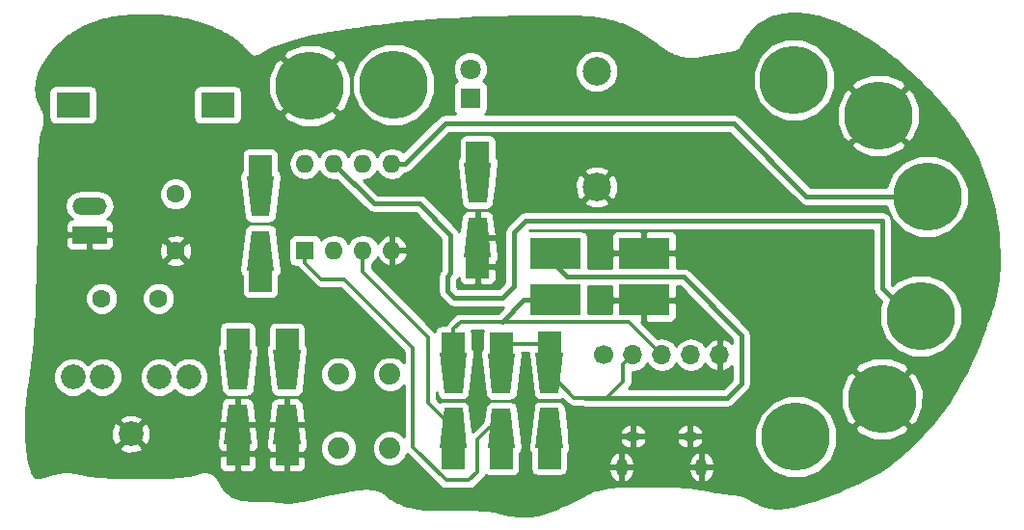
<source format=gbr>
G04 #@! TF.FileFunction,Copper,L2,Bot,Signal*
%FSLAX46Y46*%
G04 Gerber Fmt 4.6, Leading zero omitted, Abs format (unit mm)*
G04 Created by KiCad (PCBNEW 4.0.7-e0-6372~58~ubuntu16.04.1) date Tue Jul 24 02:48:08 2018*
%MOMM*%
%LPD*%
G01*
G04 APERTURE LIST*
%ADD10C,0.100000*%
%ADD11R,1.600000X1.600000*%
%ADD12O,1.600000X1.600000*%
%ADD13R,1.800000X1.800000*%
%ADD14C,1.800000*%
%ADD15C,2.499360*%
%ADD16C,6.000000*%
%ADD17C,1.879600*%
%ADD18C,2.181860*%
%ADD19C,1.600000*%
%ADD20R,3.010000X1.510000*%
%ADD21O,3.010000X1.510000*%
%ADD22O,1.250000X0.950000*%
%ADD23O,1.000000X1.550000*%
%ADD24C,1.700000*%
%ADD25O,1.700000X1.700000*%
%ADD26R,1.998980X1.998980*%
%ADD27R,4.500000X2.700000*%
%ADD28R,3.000000X2.200000*%
%ADD29C,0.400000*%
%ADD30C,0.300000*%
%ADD31C,0.254000*%
G04 APERTURE END LIST*
D10*
D11*
X62090000Y-54660000D03*
D12*
X69710000Y-47040000D03*
X64630000Y-54660000D03*
X67170000Y-47040000D03*
X67170000Y-54660000D03*
X64630000Y-47040000D03*
X69710000Y-54660000D03*
X62090000Y-47040000D03*
D13*
X76610000Y-41260000D03*
D14*
X76610000Y-38720000D03*
D15*
X87690000Y-49080000D03*
X87690000Y-38920000D03*
D16*
X105030000Y-39680000D03*
X116150000Y-60400000D03*
X116740000Y-49920000D03*
X112440000Y-42800000D03*
D17*
X65029400Y-72031200D03*
X65029400Y-65528800D03*
X69550600Y-72031200D03*
X69550600Y-65528800D03*
D18*
X41702220Y-65781280D03*
X44300640Y-65781280D03*
X46800000Y-70780000D03*
X51897780Y-65781280D03*
X49299360Y-65781280D03*
D19*
X49230000Y-58890000D03*
X44230000Y-58890000D03*
D20*
X43180000Y-53300000D03*
D21*
X43180000Y-50760000D03*
D16*
X105180000Y-71030000D03*
X112740000Y-67690000D03*
D22*
X90890000Y-70990000D03*
X95890000Y-70990000D03*
D23*
X89890000Y-73690000D03*
X96890000Y-73690000D03*
D24*
X88340000Y-63830000D03*
D25*
X90880000Y-63830000D03*
X93420000Y-63830000D03*
X95960000Y-63830000D03*
X98500000Y-63830000D03*
D10*
G36*
X54981120Y-63358200D02*
X57378880Y-63358200D01*
X56980100Y-66858320D01*
X55379900Y-66858320D01*
X54981120Y-63358200D01*
X54981120Y-63358200D01*
G37*
G36*
X57378880Y-71684320D02*
X54981120Y-71684320D01*
X55379900Y-68184200D01*
X56980100Y-68184200D01*
X57378880Y-71684320D01*
X57378880Y-71684320D01*
G37*
D26*
X56180000Y-62520000D03*
X56180000Y-72522520D03*
D10*
G36*
X76318880Y-72011800D02*
X73921120Y-72011800D01*
X74319900Y-68511680D01*
X75920100Y-68511680D01*
X76318880Y-72011800D01*
X76318880Y-72011800D01*
G37*
G36*
X73921120Y-63685680D02*
X76318880Y-63685680D01*
X75920100Y-67185800D01*
X74319900Y-67185800D01*
X73921120Y-63685680D01*
X73921120Y-63685680D01*
G37*
D26*
X75120000Y-72850000D03*
X75120000Y-62847480D03*
D10*
G36*
X59301120Y-63388200D02*
X61698880Y-63388200D01*
X61300100Y-66888320D01*
X59699900Y-66888320D01*
X59301120Y-63388200D01*
X59301120Y-63388200D01*
G37*
G36*
X61698880Y-71714320D02*
X59301120Y-71714320D01*
X59699900Y-68214200D01*
X61300100Y-68214200D01*
X61698880Y-71714320D01*
X61698880Y-71714320D01*
G37*
D26*
X60500000Y-62550000D03*
X60500000Y-72552520D03*
D10*
G36*
X78438880Y-55273060D02*
X76041120Y-55273060D01*
X76439900Y-51772940D01*
X78040100Y-51772940D01*
X78438880Y-55273060D01*
X78438880Y-55273060D01*
G37*
G36*
X76041120Y-46946940D02*
X78438880Y-46946940D01*
X78040100Y-50447060D01*
X76439900Y-50447060D01*
X76041120Y-46946940D01*
X76041120Y-46946940D01*
G37*
D26*
X77240000Y-56111260D03*
X77240000Y-46108740D03*
D27*
X84050000Y-54890000D03*
X91850000Y-54890000D03*
D10*
G36*
X84728880Y-72003060D02*
X82331120Y-72003060D01*
X82729900Y-68502940D01*
X84330100Y-68502940D01*
X84728880Y-72003060D01*
X84728880Y-72003060D01*
G37*
G36*
X82331120Y-63676940D02*
X84728880Y-63676940D01*
X84330100Y-67177060D01*
X82729900Y-67177060D01*
X82331120Y-63676940D01*
X82331120Y-63676940D01*
G37*
D26*
X83530000Y-72841260D03*
X83530000Y-62838740D03*
D10*
G36*
X80518880Y-72030060D02*
X78121120Y-72030060D01*
X78519900Y-68529940D01*
X80120100Y-68529940D01*
X80518880Y-72030060D01*
X80518880Y-72030060D01*
G37*
G36*
X78121120Y-63703940D02*
X80518880Y-63703940D01*
X80120100Y-67204060D01*
X78519900Y-67204060D01*
X78121120Y-63703940D01*
X78121120Y-63703940D01*
G37*
D26*
X79320000Y-72868260D03*
X79320000Y-62865740D03*
D27*
X84050000Y-59010000D03*
X91850000Y-59010000D03*
D19*
X50710000Y-49700000D03*
X50710000Y-54700000D03*
D10*
G36*
X56971120Y-48119940D02*
X59368880Y-48119940D01*
X58970100Y-51620060D01*
X57369900Y-51620060D01*
X56971120Y-48119940D01*
X56971120Y-48119940D01*
G37*
G36*
X59368880Y-56446060D02*
X56971120Y-56446060D01*
X57369900Y-52945940D01*
X58970100Y-52945940D01*
X59368880Y-56446060D01*
X59368880Y-56446060D01*
G37*
D26*
X58170000Y-47281740D03*
X58170000Y-57284260D03*
D16*
X69870000Y-40080000D03*
X62510000Y-40170000D03*
D28*
X41710000Y-41860000D03*
X54410000Y-41860000D03*
D29*
X83530000Y-72841260D02*
X83530000Y-70253000D01*
X77240000Y-56111260D02*
X77240000Y-53523000D01*
X56180000Y-72522520D02*
X56180000Y-69934260D01*
X60500000Y-72552520D02*
X60500000Y-69964260D01*
X58170000Y-54696000D02*
X58170000Y-57284260D01*
X56180000Y-62520000D02*
X56180000Y-65108260D01*
X58170000Y-47281740D02*
X58170000Y-49870000D01*
X77240000Y-46108740D02*
X77240000Y-48697000D01*
X75120000Y-62847480D02*
X75120000Y-65435740D01*
D30*
X90520000Y-60930000D02*
X79390000Y-60930000D01*
X79390000Y-60930000D02*
X75737990Y-60930000D01*
D29*
X82950000Y-59010000D02*
X81310000Y-59010000D01*
X81310000Y-59010000D02*
X79390000Y-60930000D01*
D30*
X93420000Y-63830000D02*
X90520000Y-60930000D01*
X75737990Y-60930000D02*
X75120000Y-61547990D01*
X75120000Y-61547990D02*
X75120000Y-62847480D01*
D29*
X83530000Y-62838740D02*
X83530000Y-65427000D01*
X79320000Y-62865740D02*
X79320000Y-65454000D01*
D30*
X88580000Y-67620000D02*
X86680000Y-67620000D01*
X86680000Y-67620000D02*
X85723000Y-67620000D01*
D29*
X82950000Y-54890000D02*
X85060000Y-57000000D01*
X100400000Y-66390000D02*
X99170000Y-67620000D01*
X85060000Y-57000000D02*
X95310000Y-57000000D01*
X95310000Y-57000000D02*
X100400000Y-62090000D01*
X100400000Y-62090000D02*
X100400000Y-66390000D01*
X99170000Y-67620000D02*
X86680000Y-67620000D01*
D30*
X79320000Y-62865740D02*
X83503000Y-62865740D01*
X83503000Y-62865740D02*
X83530000Y-62838740D01*
X85723000Y-67620000D02*
X83530000Y-65427000D01*
X90030001Y-66169999D02*
X88580000Y-67620000D01*
X90880000Y-63830000D02*
X90030001Y-64679999D01*
X90030001Y-64679999D02*
X90030001Y-66169999D01*
D29*
X112750000Y-58010000D02*
X115140000Y-60400000D01*
X115140000Y-60400000D02*
X116150000Y-60400000D01*
X112750000Y-52040000D02*
X112750000Y-58010000D01*
X81470000Y-52040000D02*
X112750000Y-52040000D01*
X80410000Y-53100000D02*
X81470000Y-52040000D01*
X80410000Y-53949998D02*
X80410000Y-53100000D01*
X80450000Y-57790000D02*
X80450000Y-53989998D01*
X80450000Y-53989998D02*
X80410000Y-53949998D01*
X79400000Y-58840000D02*
X80450000Y-57790000D01*
X75170000Y-58840000D02*
X79400000Y-58840000D01*
X74580000Y-58250000D02*
X75170000Y-58840000D01*
X74580000Y-56930242D02*
X74580000Y-58250000D01*
X74870000Y-53300000D02*
X74870000Y-56640242D01*
X74870000Y-56640242D02*
X74580000Y-56930242D01*
X72130000Y-50560000D02*
X74870000Y-53300000D01*
X68150000Y-50560000D02*
X72130000Y-50560000D01*
X64630000Y-47040000D02*
X68150000Y-50560000D01*
X99700000Y-43490000D02*
X106130000Y-49920000D01*
X106130000Y-49920000D02*
X116740000Y-49920000D01*
X74391370Y-43490000D02*
X99700000Y-43490000D01*
X69710000Y-47040000D02*
X70841370Y-47040000D01*
X70841370Y-47040000D02*
X74391370Y-43490000D01*
X60500000Y-62550000D02*
X60500000Y-65138260D01*
X75120000Y-72850000D02*
X75120000Y-70261740D01*
D30*
X72880000Y-62260000D02*
X67170000Y-56550000D01*
X67170000Y-56550000D02*
X67170000Y-54660000D01*
X75120000Y-70261740D02*
X72880000Y-68021740D01*
X72880000Y-68021740D02*
X72880000Y-62260000D01*
X77220000Y-74110000D02*
X76490000Y-74840000D01*
X76490000Y-74840000D02*
X74481018Y-74840000D01*
D29*
X79320000Y-72868260D02*
X79320000Y-70280000D01*
D30*
X65530000Y-57180000D02*
X63510000Y-57180000D01*
X63510000Y-57180000D02*
X62090000Y-55760000D01*
X62090000Y-55760000D02*
X62090000Y-54660000D01*
X71570000Y-63220000D02*
X65530000Y-57180000D01*
X71570000Y-71928982D02*
X71570000Y-63220000D01*
X74481018Y-74840000D02*
X71570000Y-71928982D01*
X77220000Y-73438982D02*
X77220000Y-74110000D01*
X77190000Y-71310510D02*
X77190000Y-73408982D01*
X77190000Y-73408982D02*
X77220000Y-73438982D01*
X79320000Y-70280000D02*
X78220510Y-70280000D01*
X78220510Y-70280000D02*
X77190000Y-71310510D01*
D31*
G36*
X105378588Y-33862402D02*
X105591136Y-33874834D01*
X105806826Y-33893685D01*
X106025526Y-33918976D01*
X106247206Y-33950734D01*
X106471861Y-33988991D01*
X106699293Y-34033743D01*
X106929545Y-34085026D01*
X107162501Y-34142845D01*
X107398112Y-34207217D01*
X107636304Y-34278152D01*
X107877007Y-34355657D01*
X108120101Y-34439722D01*
X108365564Y-34530366D01*
X108613286Y-34627578D01*
X108863191Y-34731354D01*
X109115194Y-34841685D01*
X109369300Y-34958601D01*
X109625283Y-35082025D01*
X109883273Y-35212050D01*
X110142929Y-35348527D01*
X110404411Y-35491568D01*
X110667536Y-35641103D01*
X110932208Y-35797102D01*
X111198457Y-35959612D01*
X111466127Y-36128568D01*
X111735174Y-36303972D01*
X112005521Y-36485800D01*
X112277036Y-36673995D01*
X112549782Y-36868630D01*
X112823589Y-37069618D01*
X113098378Y-37276929D01*
X113374174Y-37490614D01*
X113650802Y-37710577D01*
X113928335Y-37936903D01*
X114206529Y-38169430D01*
X114485397Y-38408204D01*
X114764881Y-38653211D01*
X115044948Y-38904462D01*
X115325529Y-39161929D01*
X115606401Y-39425449D01*
X115887684Y-39695171D01*
X116169306Y-39971068D01*
X116451100Y-40253022D01*
X116732978Y-40540983D01*
X117089354Y-40912883D01*
X117425905Y-41272704D01*
X117744086Y-41622307D01*
X118045176Y-41963358D01*
X118330644Y-42297726D01*
X118601810Y-42627123D01*
X118860203Y-42953490D01*
X119107327Y-43278801D01*
X119344521Y-43604794D01*
X119573345Y-43933558D01*
X119795219Y-44267009D01*
X120011609Y-44607175D01*
X120223937Y-44956047D01*
X120433538Y-45315506D01*
X120641827Y-45687567D01*
X120846681Y-46067740D01*
X121054272Y-46487982D01*
X121253625Y-46921995D01*
X121443529Y-47366981D01*
X121623734Y-47822065D01*
X121793991Y-48286328D01*
X121954060Y-48758894D01*
X122103663Y-49238720D01*
X122242626Y-49725053D01*
X122370687Y-50216880D01*
X122487651Y-50713324D01*
X122593293Y-51213444D01*
X122687421Y-51716350D01*
X122769820Y-52221056D01*
X122840307Y-52726710D01*
X122898702Y-53232431D01*
X122944813Y-53737216D01*
X122978464Y-54240171D01*
X122999499Y-54740357D01*
X123007729Y-55236859D01*
X123003021Y-55728781D01*
X122985224Y-56215131D01*
X122954216Y-56695053D01*
X122909870Y-57167501D01*
X122852077Y-57631613D01*
X122780737Y-58086486D01*
X122695786Y-58531114D01*
X122596445Y-58967739D01*
X122542763Y-59177020D01*
X122484868Y-59386212D01*
X122423545Y-59592152D01*
X122358816Y-59794655D01*
X122290624Y-59993805D01*
X122219027Y-60189314D01*
X122144000Y-60381166D01*
X122065557Y-60569237D01*
X121983705Y-60753425D01*
X121894870Y-60941195D01*
X121874678Y-61021768D01*
X121842652Y-61098407D01*
X121814100Y-61239639D01*
X121778248Y-61385405D01*
X121731731Y-61550711D01*
X121675023Y-61733164D01*
X121608641Y-61930860D01*
X121533999Y-62139741D01*
X121356630Y-62600574D01*
X121150187Y-63097433D01*
X120917554Y-63624451D01*
X120662778Y-64173078D01*
X120389858Y-64735067D01*
X120102726Y-65302407D01*
X119805288Y-65867207D01*
X119501593Y-66421366D01*
X119195584Y-66957048D01*
X118891492Y-67466003D01*
X118593548Y-67940117D01*
X118304673Y-68373426D01*
X118168234Y-68567624D01*
X118035428Y-68749146D01*
X117787601Y-69071358D01*
X117517714Y-69405408D01*
X117227959Y-69749092D01*
X116921437Y-70099143D01*
X116601054Y-70452564D01*
X116269768Y-70806366D01*
X115930466Y-71157641D01*
X115586128Y-71503428D01*
X115239601Y-71840911D01*
X114893871Y-72167158D01*
X114551945Y-72479245D01*
X114216895Y-72774225D01*
X113891815Y-73049173D01*
X113580095Y-73300990D01*
X113285334Y-73526523D01*
X113010692Y-73723120D01*
X112766301Y-73884882D01*
X112492052Y-74054360D01*
X112190275Y-74230093D01*
X111863344Y-74410719D01*
X111513691Y-74594936D01*
X111143439Y-74781671D01*
X110754773Y-74969848D01*
X110349786Y-75158460D01*
X109930539Y-75346539D01*
X109499167Y-75533087D01*
X109057530Y-75717245D01*
X108607756Y-75898036D01*
X108151810Y-76074568D01*
X107691781Y-76245896D01*
X107229559Y-76411168D01*
X106767900Y-76569224D01*
X106282963Y-76726614D01*
X105831352Y-76862758D01*
X105410817Y-76977929D01*
X105019539Y-77072352D01*
X104651808Y-77147162D01*
X104482795Y-77176125D01*
X104316525Y-77200750D01*
X104155935Y-77220587D01*
X104000930Y-77235694D01*
X103851025Y-77246154D01*
X103706032Y-77252096D01*
X103565447Y-77253568D01*
X103428725Y-77250720D01*
X103295755Y-77243607D01*
X103165850Y-77232273D01*
X103038648Y-77216784D01*
X102913588Y-77197116D01*
X102790135Y-77173283D01*
X102667866Y-77145242D01*
X102546249Y-77112916D01*
X102424771Y-77076209D01*
X102303070Y-77035040D01*
X102180655Y-76989268D01*
X102057124Y-76938769D01*
X101936157Y-76885206D01*
X101669154Y-76753994D01*
X100596644Y-76193710D01*
X100482069Y-76160135D01*
X100369022Y-76121734D01*
X98838676Y-75919932D01*
X98421553Y-75861970D01*
X98062424Y-75806796D01*
X97457286Y-75701967D01*
X96950688Y-75607108D01*
X96948348Y-75607134D01*
X96946171Y-75606278D01*
X96706830Y-75563121D01*
X96701612Y-75563215D01*
X96696726Y-75561377D01*
X96455920Y-75521668D01*
X96448561Y-75521910D01*
X96441613Y-75519463D01*
X96190116Y-75483432D01*
X96181593Y-75483893D01*
X96173480Y-75481257D01*
X95902063Y-75449134D01*
X95893375Y-75449818D01*
X95885018Y-75447332D01*
X95584452Y-75419364D01*
X95576410Y-75420200D01*
X95568609Y-75418075D01*
X95229660Y-75394453D01*
X95222579Y-75395356D01*
X95215654Y-75393621D01*
X94829098Y-75374627D01*
X94823181Y-75375505D01*
X94817355Y-75374151D01*
X94373961Y-75359984D01*
X94369108Y-75360789D01*
X94364303Y-75359744D01*
X93854839Y-75350656D01*
X93850952Y-75351357D01*
X93847085Y-75350562D01*
X93263594Y-75346760D01*
X92442916Y-75339036D01*
X91703084Y-75325016D01*
X91702164Y-75325181D01*
X91701252Y-75324984D01*
X91019827Y-75313893D01*
X91015737Y-75314638D01*
X91011664Y-75313809D01*
X90687916Y-75312398D01*
X90683367Y-75313282D01*
X90678809Y-75312418D01*
X90363078Y-75315240D01*
X90357186Y-75316467D01*
X90351256Y-75315448D01*
X90041072Y-75323576D01*
X90033715Y-75325241D01*
X90026256Y-75324125D01*
X89719145Y-75338829D01*
X89710618Y-75340954D01*
X89701897Y-75339873D01*
X89395387Y-75362309D01*
X89385927Y-75364921D01*
X89376156Y-75363989D01*
X89067781Y-75395319D01*
X89057678Y-75398418D01*
X89047134Y-75397734D01*
X88734422Y-75439125D01*
X88724006Y-75442669D01*
X88713009Y-75442304D01*
X88393485Y-75494918D01*
X88383067Y-75498834D01*
X88371938Y-75498821D01*
X88043135Y-75563820D01*
X88032993Y-75568007D01*
X88022021Y-75568340D01*
X87681466Y-75646891D01*
X87631877Y-75669217D01*
X87578460Y-75679390D01*
X87316770Y-75785291D01*
X87310000Y-75789735D01*
X87302080Y-75791435D01*
X87043793Y-75903014D01*
X87038083Y-75906955D01*
X87031330Y-75908546D01*
X86775976Y-76024943D01*
X86771315Y-76028299D01*
X86765746Y-76029708D01*
X86512853Y-76150052D01*
X86507881Y-76153758D01*
X86501903Y-76155384D01*
X86001602Y-76404467D01*
X85998278Y-76407037D01*
X85994241Y-76408188D01*
X85498827Y-76662328D01*
X85008589Y-76912530D01*
X84520920Y-77151509D01*
X84281240Y-77262762D01*
X84039764Y-77369391D01*
X83797911Y-77469815D01*
X83555178Y-77563363D01*
X83311008Y-77649411D01*
X83065019Y-77727270D01*
X82816519Y-77796368D01*
X82564950Y-77856088D01*
X82309648Y-77905814D01*
X82049873Y-77944932D01*
X81784855Y-77972787D01*
X81513737Y-77988697D01*
X81235750Y-77991881D01*
X80950002Y-77981547D01*
X80655574Y-77956808D01*
X80351724Y-77916751D01*
X80037645Y-77860386D01*
X79712619Y-77786699D01*
X79375921Y-77694639D01*
X79013775Y-77578941D01*
X78951719Y-77571906D01*
X78892517Y-77552024D01*
X78549527Y-77508001D01*
X78540453Y-77508625D01*
X78531755Y-77505955D01*
X78187726Y-77470903D01*
X78179652Y-77471671D01*
X78171844Y-77469471D01*
X77827059Y-77442434D01*
X77819954Y-77443277D01*
X77813030Y-77441479D01*
X77467776Y-77421526D01*
X77461660Y-77422379D01*
X77455655Y-77420933D01*
X77110218Y-77407104D01*
X77105048Y-77407919D01*
X77099942Y-77406770D01*
X76754604Y-77398134D01*
X76748786Y-77399141D01*
X76743004Y-77397942D01*
X76053773Y-77392382D01*
X76049119Y-77393269D01*
X76044467Y-77392370D01*
X75359059Y-77396152D01*
X75358176Y-77396333D01*
X75357290Y-77396164D01*
X74680860Y-77401644D01*
X74017666Y-77401365D01*
X73695369Y-77396756D01*
X73376881Y-77387977D01*
X73063814Y-77374211D01*
X72756586Y-77354628D01*
X72455515Y-77328422D01*
X72160920Y-77294846D01*
X71873195Y-77253172D01*
X71592545Y-77202694D01*
X71319259Y-77142752D01*
X71053468Y-77072687D01*
X70795308Y-76991865D01*
X70544716Y-76899606D01*
X70297103Y-76793272D01*
X70182546Y-76738324D01*
X70065555Y-76678019D01*
X69950336Y-76614276D01*
X69836802Y-76546954D01*
X69724935Y-76475930D01*
X69614718Y-76401089D01*
X69506085Y-76322268D01*
X69398977Y-76239298D01*
X69293378Y-76152032D01*
X69181157Y-76053161D01*
X69180302Y-76052665D01*
X69179700Y-76051881D01*
X69115640Y-75995764D01*
X69086453Y-75978934D01*
X69063427Y-75954335D01*
X68992871Y-75903744D01*
X68964438Y-75890851D01*
X68941138Y-75870072D01*
X68864284Y-75824843D01*
X68837328Y-75815442D01*
X68814528Y-75798256D01*
X68731580Y-75758234D01*
X68706592Y-75751769D01*
X68684884Y-75737809D01*
X68596040Y-75702825D01*
X68573215Y-75698700D01*
X68552909Y-75687485D01*
X68458368Y-75657380D01*
X68437787Y-75655067D01*
X68419096Y-75646153D01*
X68319056Y-75620753D01*
X68300520Y-75619783D01*
X68283363Y-75612699D01*
X68178031Y-75591871D01*
X68161581Y-75591890D01*
X68146097Y-75586338D01*
X68035667Y-75569885D01*
X68020963Y-75570598D01*
X68006903Y-75566219D01*
X67891577Y-75553999D01*
X67872566Y-75555730D01*
X67854061Y-75551064D01*
X67609524Y-75538674D01*
X67588799Y-75541716D01*
X67568213Y-75537828D01*
X67306494Y-75540368D01*
X67289873Y-75543842D01*
X67273055Y-75541510D01*
X66995752Y-75557766D01*
X66982490Y-75561222D01*
X66968850Y-75559875D01*
X66677568Y-75588498D01*
X66666890Y-75591735D01*
X66655758Y-75590995D01*
X66352098Y-75630695D01*
X66343501Y-75633605D01*
X66334431Y-75633239D01*
X66019987Y-75682713D01*
X66013067Y-75685258D01*
X66005698Y-75685117D01*
X65682080Y-75743074D01*
X65676570Y-75745234D01*
X65670649Y-75745221D01*
X65339450Y-75810358D01*
X65335125Y-75812138D01*
X65330450Y-75812191D01*
X64993275Y-75883212D01*
X64988799Y-75885125D01*
X64983933Y-75885248D01*
X64298054Y-76039748D01*
X64295141Y-76041042D01*
X64291959Y-76041151D01*
X62922831Y-76362721D01*
X62270617Y-76507864D01*
X61962367Y-76571231D01*
X61665519Y-76627413D01*
X61383742Y-76674877D01*
X61119390Y-76712457D01*
X60875254Y-76739110D01*
X60654535Y-76754044D01*
X60461009Y-76756952D01*
X60290953Y-76747961D01*
X60230154Y-76740835D01*
X60172611Y-76731128D01*
X60125701Y-76720384D01*
X60064920Y-76702143D01*
X59990406Y-76695027D01*
X59918265Y-76675080D01*
X59592856Y-76651148D01*
X59581438Y-76652559D01*
X59570254Y-76649861D01*
X59231997Y-76636201D01*
X59224905Y-76637316D01*
X59217894Y-76635777D01*
X58869514Y-76628891D01*
X58866241Y-76629475D01*
X58862987Y-76628793D01*
X58507582Y-76625156D01*
X58150664Y-76621300D01*
X57798814Y-76613847D01*
X57454493Y-76599578D01*
X57116990Y-76575268D01*
X56958346Y-76559070D01*
X56800591Y-76539175D01*
X56647226Y-76515601D01*
X56498596Y-76488128D01*
X56355195Y-76456581D01*
X56217314Y-76420778D01*
X56085291Y-76380608D01*
X55959417Y-76335981D01*
X55839838Y-76286812D01*
X55726603Y-76233003D01*
X55619673Y-76174436D01*
X55518882Y-76110919D01*
X55423920Y-76042114D01*
X55334414Y-75967549D01*
X55249945Y-75886556D01*
X55157057Y-75783827D01*
X55055751Y-75668383D01*
X54969706Y-75565019D01*
X54815994Y-75365293D01*
X54694464Y-75190200D01*
X54595162Y-75033346D01*
X54430019Y-74753053D01*
X54423656Y-74745925D01*
X54420259Y-74736996D01*
X54350272Y-74625329D01*
X54329403Y-74603205D01*
X54316139Y-74575837D01*
X54248268Y-74486122D01*
X54218544Y-74459693D01*
X54197202Y-74426129D01*
X54162157Y-74389457D01*
X54132610Y-74368731D01*
X54110182Y-74340462D01*
X54073379Y-74309226D01*
X54036352Y-74288641D01*
X54006159Y-74258924D01*
X53966838Y-74233100D01*
X53924006Y-74215756D01*
X53887042Y-74188029D01*
X53844440Y-74167595D01*
X53799220Y-74156007D01*
X53758443Y-74133289D01*
X53711798Y-74118247D01*
X53668407Y-74113209D01*
X53627870Y-74096933D01*
X53576421Y-74087281D01*
X53538437Y-74087695D01*
X53501844Y-74077491D01*
X53444829Y-74073173D01*
X53412720Y-74077069D01*
X53380892Y-74071326D01*
X53317549Y-74072455D01*
X53293247Y-74077741D01*
X53268517Y-74075089D01*
X53198084Y-74081411D01*
X53178784Y-74087084D01*
X53158690Y-74086100D01*
X53080405Y-74097727D01*
X53059919Y-74105061D01*
X53038162Y-74105361D01*
X52854989Y-74144426D01*
X52838363Y-74151583D01*
X52820300Y-74152774D01*
X52596576Y-74212820D01*
X52587684Y-74217210D01*
X52577811Y-74218144D01*
X52318379Y-74295757D01*
X52178033Y-74333483D01*
X52013169Y-74368111D01*
X51811487Y-74402155D01*
X51578020Y-74434390D01*
X51316549Y-74464255D01*
X51030199Y-74491459D01*
X50721960Y-74515838D01*
X50395923Y-74537231D01*
X49689382Y-74571665D01*
X48934984Y-74594457D01*
X48148481Y-74605906D01*
X47346803Y-74606184D01*
X46547395Y-74595889D01*
X45767360Y-74575231D01*
X45024139Y-74544638D01*
X44335208Y-74504565D01*
X43716238Y-74455422D01*
X43443476Y-74428145D01*
X43194413Y-74398894D01*
X42974486Y-74368253D01*
X42787594Y-74336874D01*
X42639356Y-74306143D01*
X42516668Y-74273549D01*
X42391293Y-74237464D01*
X42379102Y-74236439D01*
X42368043Y-74231213D01*
X42237835Y-74198645D01*
X42225629Y-74198050D01*
X42214407Y-74193221D01*
X42086089Y-74165873D01*
X42073979Y-74165708D01*
X42062694Y-74161311D01*
X41936254Y-74138931D01*
X41924318Y-74139184D01*
X41913048Y-74135232D01*
X41788472Y-74117565D01*
X41776691Y-74118219D01*
X41765435Y-74114696D01*
X41642712Y-74101516D01*
X41625646Y-74103045D01*
X41609061Y-74098739D01*
X41369123Y-74084882D01*
X41347621Y-74087883D01*
X41326305Y-74083750D01*
X41093621Y-74084879D01*
X41073796Y-74088923D01*
X41053744Y-74086235D01*
X40828215Y-74100487D01*
X40810540Y-74105179D01*
X40792312Y-74103706D01*
X40573833Y-74129106D01*
X40558473Y-74134062D01*
X40542343Y-74133510D01*
X40330812Y-74168116D01*
X40317908Y-74172951D01*
X40304124Y-74173026D01*
X40099438Y-74214897D01*
X40089082Y-74219253D01*
X40077856Y-74219676D01*
X39879914Y-74266869D01*
X39869716Y-74271551D01*
X39858523Y-74272335D01*
X39482455Y-74374911D01*
X39478318Y-74376974D01*
X39473713Y-74377358D01*
X39128750Y-74476380D01*
X38977489Y-74517140D01*
X38841120Y-74549894D01*
X38721776Y-74573257D01*
X38621325Y-74586771D01*
X38541238Y-74591119D01*
X38470508Y-74587806D01*
X38457864Y-74586065D01*
X38439650Y-74582299D01*
X38424671Y-74578072D01*
X38411848Y-74573390D01*
X38399990Y-74567990D01*
X38387896Y-74561289D01*
X38374397Y-74552360D01*
X38358635Y-74540101D01*
X38340073Y-74523323D01*
X38318481Y-74500859D01*
X38293859Y-74471612D01*
X38266455Y-74434698D01*
X38236651Y-74389436D01*
X38204830Y-74335224D01*
X38171421Y-74271655D01*
X38139474Y-74204020D01*
X38065544Y-74021441D01*
X37993359Y-73804708D01*
X37921921Y-73546295D01*
X37852684Y-73246712D01*
X37790888Y-72921141D01*
X37773696Y-72808270D01*
X54545510Y-72808270D01*
X54545510Y-73648319D01*
X54642183Y-73881708D01*
X54820811Y-74060337D01*
X55054200Y-74157010D01*
X55894250Y-74157010D01*
X56053000Y-73998260D01*
X56053000Y-72649520D01*
X56307000Y-72649520D01*
X56307000Y-73998260D01*
X56465750Y-74157010D01*
X57305800Y-74157010D01*
X57539189Y-74060337D01*
X57717817Y-73881708D01*
X57814490Y-73648319D01*
X57814490Y-72838270D01*
X58865510Y-72838270D01*
X58865510Y-73678319D01*
X58962183Y-73911708D01*
X59140811Y-74090337D01*
X59374200Y-74187010D01*
X60214250Y-74187010D01*
X60373000Y-74028260D01*
X60373000Y-72679520D01*
X60627000Y-72679520D01*
X60627000Y-74028260D01*
X60785750Y-74187010D01*
X61625800Y-74187010D01*
X61859189Y-74090337D01*
X62037817Y-73911708D01*
X62134490Y-73678319D01*
X62134490Y-72838270D01*
X61975740Y-72679520D01*
X60627000Y-72679520D01*
X60373000Y-72679520D01*
X59024260Y-72679520D01*
X58865510Y-72838270D01*
X57814490Y-72838270D01*
X57814490Y-72808270D01*
X57655740Y-72649520D01*
X56307000Y-72649520D01*
X56053000Y-72649520D01*
X54704260Y-72649520D01*
X54545510Y-72808270D01*
X37773696Y-72808270D01*
X37736359Y-72563142D01*
X37689411Y-72176279D01*
X37672524Y-71998308D01*
X45761297Y-71998308D01*
X45871091Y-72274598D01*
X46513758Y-72516307D01*
X47200003Y-72493679D01*
X47728909Y-72274598D01*
X47838703Y-71998308D01*
X46800000Y-70959605D01*
X45761297Y-71998308D01*
X37672524Y-71998308D01*
X37650420Y-71765363D01*
X37619630Y-71335150D01*
X37597178Y-70890022D01*
X37584990Y-70493758D01*
X45063693Y-70493758D01*
X45086321Y-71180003D01*
X45305402Y-71708909D01*
X45581692Y-71818703D01*
X46620395Y-70780000D01*
X46979605Y-70780000D01*
X48018308Y-71818703D01*
X48294598Y-71708909D01*
X48331410Y-71611029D01*
X54337842Y-71611029D01*
X54377958Y-71919637D01*
X54517030Y-72135761D01*
X54545510Y-72155221D01*
X54545510Y-72236770D01*
X54704260Y-72395520D01*
X56053000Y-72395520D01*
X56053000Y-70061260D01*
X56307000Y-70061260D01*
X56307000Y-72395520D01*
X57655740Y-72395520D01*
X57814490Y-72236770D01*
X57814490Y-72147830D01*
X57879955Y-72094323D01*
X57999991Y-71867075D01*
X58019560Y-71641029D01*
X58657842Y-71641029D01*
X58697958Y-71949637D01*
X58837030Y-72165761D01*
X58865510Y-72185221D01*
X58865510Y-72266770D01*
X59024260Y-72425520D01*
X60373000Y-72425520D01*
X60373000Y-70091260D01*
X60627000Y-70091260D01*
X60627000Y-72425520D01*
X61975740Y-72425520D01*
X62058187Y-72343073D01*
X63454327Y-72343073D01*
X63693571Y-72922087D01*
X64136183Y-73365472D01*
X64714779Y-73605726D01*
X65341273Y-73606273D01*
X65920287Y-73367029D01*
X66363672Y-72924417D01*
X66603926Y-72345821D01*
X66604473Y-71719327D01*
X66365229Y-71140313D01*
X65922617Y-70696928D01*
X65344021Y-70456674D01*
X64717527Y-70456127D01*
X64138513Y-70695371D01*
X63695128Y-71137983D01*
X63454874Y-71716579D01*
X63454327Y-72343073D01*
X62058187Y-72343073D01*
X62134490Y-72266770D01*
X62134490Y-72177830D01*
X62199955Y-72124323D01*
X62319991Y-71897075D01*
X62342158Y-71641029D01*
X62165588Y-70091260D01*
X60627000Y-70091260D01*
X60373000Y-70091260D01*
X58834412Y-70091260D01*
X58657842Y-71641029D01*
X58019560Y-71641029D01*
X58022158Y-71611029D01*
X57845588Y-70061260D01*
X56307000Y-70061260D01*
X56053000Y-70061260D01*
X54514412Y-70061260D01*
X54337842Y-71611029D01*
X48331410Y-71611029D01*
X48536307Y-71066242D01*
X48513679Y-70379997D01*
X48294598Y-69851091D01*
X48259794Y-69837260D01*
X58863351Y-69837260D01*
X60373000Y-69837260D01*
X60373000Y-67566760D01*
X60627000Y-67566760D01*
X60627000Y-69837260D01*
X62136649Y-69837260D01*
X61943378Y-68140909D01*
X61903262Y-67978883D01*
X61764190Y-67762759D01*
X61551990Y-67617769D01*
X61300100Y-67566760D01*
X60627000Y-67566760D01*
X60373000Y-67566760D01*
X59699900Y-67566760D01*
X59534374Y-67588277D01*
X59303896Y-67701990D01*
X59135817Y-67896412D01*
X59056622Y-68140909D01*
X58863351Y-69837260D01*
X48259794Y-69837260D01*
X48184300Y-69807260D01*
X54543351Y-69807260D01*
X56053000Y-69807260D01*
X56053000Y-67536760D01*
X56307000Y-67536760D01*
X56307000Y-69807260D01*
X57816649Y-69807260D01*
X57623378Y-68110909D01*
X57583262Y-67948883D01*
X57444190Y-67732759D01*
X57231990Y-67587769D01*
X56980100Y-67536760D01*
X56307000Y-67536760D01*
X56053000Y-67536760D01*
X55379900Y-67536760D01*
X55214374Y-67558277D01*
X54983896Y-67671990D01*
X54815817Y-67866412D01*
X54736622Y-68110909D01*
X54543351Y-69807260D01*
X48184300Y-69807260D01*
X48018308Y-69741297D01*
X46979605Y-70780000D01*
X46620395Y-70780000D01*
X45581692Y-69741297D01*
X45305402Y-69851091D01*
X45063693Y-70493758D01*
X37584990Y-70493758D01*
X37583162Y-70434352D01*
X37577636Y-69972426D01*
X37580287Y-69561692D01*
X45761297Y-69561692D01*
X46800000Y-70600395D01*
X47838703Y-69561692D01*
X47728909Y-69285402D01*
X47086242Y-69043693D01*
X46399997Y-69066321D01*
X45871091Y-69285402D01*
X45761297Y-69561692D01*
X37580287Y-69561692D01*
X37580631Y-69508461D01*
X37592150Y-69046759D01*
X37612178Y-68591535D01*
X37640664Y-68147115D01*
X37677526Y-67717800D01*
X37722610Y-67308153D01*
X37775679Y-66922759D01*
X37838115Y-66556019D01*
X37914898Y-66123083D01*
X39975991Y-66123083D01*
X40238195Y-66757664D01*
X40723283Y-67243599D01*
X41357405Y-67506910D01*
X42044023Y-67507509D01*
X42678604Y-67245305D01*
X43001567Y-66922904D01*
X43321703Y-67243599D01*
X43955825Y-67506910D01*
X44642443Y-67507509D01*
X45277024Y-67245305D01*
X45762959Y-66760217D01*
X46026270Y-66126095D01*
X46026272Y-66123083D01*
X47573131Y-66123083D01*
X47835335Y-66757664D01*
X48320423Y-67243599D01*
X48954545Y-67506910D01*
X49641163Y-67507509D01*
X50275744Y-67245305D01*
X50598707Y-66922904D01*
X50918843Y-67243599D01*
X51552965Y-67506910D01*
X52239583Y-67507509D01*
X52874164Y-67245305D01*
X53360099Y-66760217D01*
X53623410Y-66126095D01*
X53624009Y-65439477D01*
X53361805Y-64804896D01*
X52876717Y-64318961D01*
X52242595Y-64055650D01*
X51555977Y-64055051D01*
X50921396Y-64317255D01*
X50598433Y-64639656D01*
X50278297Y-64318961D01*
X49644175Y-64055650D01*
X48957557Y-64055051D01*
X48322976Y-64317255D01*
X47837041Y-64802343D01*
X47573730Y-65436465D01*
X47573131Y-66123083D01*
X46026272Y-66123083D01*
X46026869Y-65439477D01*
X45764665Y-64804896D01*
X45279577Y-64318961D01*
X44645455Y-64055650D01*
X43958837Y-64055051D01*
X43324256Y-64317255D01*
X43001293Y-64639656D01*
X42681157Y-64318961D01*
X42047035Y-64055650D01*
X41360417Y-64055051D01*
X40725836Y-64317255D01*
X40239901Y-64802343D01*
X39976590Y-65436465D01*
X39975991Y-66123083D01*
X37914898Y-66123083D01*
X37935852Y-66004942D01*
X37935699Y-65997605D01*
X37938221Y-65990714D01*
X38029350Y-65405486D01*
X38029068Y-65398748D01*
X38031263Y-65392370D01*
X38115519Y-64772631D01*
X38115143Y-64766490D01*
X38117042Y-64760638D01*
X38194584Y-64103619D01*
X38194145Y-64098059D01*
X38195780Y-64092731D01*
X38263118Y-63431491D01*
X54337842Y-63431491D01*
X54736622Y-66931611D01*
X54776738Y-67093637D01*
X54915810Y-67309761D01*
X55128010Y-67454751D01*
X55379900Y-67505760D01*
X56980100Y-67505760D01*
X57145626Y-67484243D01*
X57376104Y-67370530D01*
X57544183Y-67176108D01*
X57623378Y-66931611D01*
X58018740Y-63461491D01*
X58657842Y-63461491D01*
X59056622Y-66961611D01*
X59096738Y-67123637D01*
X59235810Y-67339761D01*
X59448010Y-67484751D01*
X59699900Y-67535760D01*
X61300100Y-67535760D01*
X61465626Y-67514243D01*
X61696104Y-67400530D01*
X61864183Y-67206108D01*
X61943378Y-66961611D01*
X62071090Y-65840673D01*
X63454327Y-65840673D01*
X63693571Y-66419687D01*
X64136183Y-66863072D01*
X64714779Y-67103326D01*
X65341273Y-67103873D01*
X65920287Y-66864629D01*
X66363672Y-66422017D01*
X66603926Y-65843421D01*
X66604473Y-65216927D01*
X66365229Y-64637913D01*
X65922617Y-64194528D01*
X65344021Y-63954274D01*
X64717527Y-63953727D01*
X64138513Y-64192971D01*
X63695128Y-64635583D01*
X63454874Y-65214179D01*
X63454327Y-65840673D01*
X62071090Y-65840673D01*
X62342158Y-63461491D01*
X62302042Y-63152883D01*
X62162970Y-62936759D01*
X62146930Y-62925799D01*
X62146930Y-61550510D01*
X62102652Y-61315193D01*
X61963580Y-61099069D01*
X61751380Y-60954079D01*
X61499490Y-60903070D01*
X59500510Y-60903070D01*
X59265193Y-60947348D01*
X59049069Y-61086420D01*
X58904079Y-61298620D01*
X58853070Y-61550510D01*
X58853070Y-62934858D01*
X58800045Y-62978197D01*
X58680009Y-63205445D01*
X58657842Y-63461491D01*
X58018740Y-63461491D01*
X58022158Y-63431491D01*
X57982042Y-63122883D01*
X57842970Y-62906759D01*
X57826930Y-62895799D01*
X57826930Y-61520510D01*
X57782652Y-61285193D01*
X57643580Y-61069069D01*
X57431380Y-60924079D01*
X57179490Y-60873070D01*
X55180510Y-60873070D01*
X54945193Y-60917348D01*
X54729069Y-61056420D01*
X54584079Y-61268620D01*
X54533070Y-61520510D01*
X54533070Y-62904858D01*
X54480045Y-62948197D01*
X54360009Y-63175445D01*
X54337842Y-63431491D01*
X38263118Y-63431491D01*
X38266765Y-63395679D01*
X38266289Y-63390678D01*
X38267695Y-63385852D01*
X38332282Y-62646001D01*
X38331791Y-62641521D01*
X38332995Y-62637178D01*
X38391343Y-61851770D01*
X38390852Y-61847771D01*
X38391883Y-61843879D01*
X38444149Y-61010156D01*
X38443671Y-61006602D01*
X38444553Y-61003128D01*
X38490897Y-60118327D01*
X38490440Y-60115177D01*
X38491196Y-60112083D01*
X38531742Y-59174187D01*
X42794752Y-59174187D01*
X43012757Y-59701800D01*
X43416077Y-60105824D01*
X43943309Y-60324750D01*
X44514187Y-60325248D01*
X45041800Y-60107243D01*
X45445824Y-59703923D01*
X45664750Y-59176691D01*
X45664752Y-59174187D01*
X47794752Y-59174187D01*
X48012757Y-59701800D01*
X48416077Y-60105824D01*
X48943309Y-60324750D01*
X49514187Y-60325248D01*
X50041800Y-60107243D01*
X50445824Y-59703923D01*
X50664750Y-59176691D01*
X50665248Y-58605813D01*
X50447243Y-58078200D01*
X50043923Y-57674176D01*
X49516691Y-57455250D01*
X48945813Y-57454752D01*
X48418200Y-57672757D01*
X48014176Y-58076077D01*
X47795250Y-58603309D01*
X47794752Y-59174187D01*
X45664752Y-59174187D01*
X45665248Y-58605813D01*
X45447243Y-58078200D01*
X45043923Y-57674176D01*
X44516691Y-57455250D01*
X43945813Y-57454752D01*
X43418200Y-57672757D01*
X43014176Y-58076077D01*
X42795250Y-58603309D01*
X42794752Y-59174187D01*
X38531742Y-59174187D01*
X38531775Y-59173446D01*
X38531345Y-59170658D01*
X38531991Y-59167916D01*
X38566964Y-58172683D01*
X38566565Y-58170227D01*
X38567119Y-58167797D01*
X38596645Y-57113203D01*
X38596277Y-57111039D01*
X38596752Y-57108896D01*
X38612728Y-56372769D01*
X56327842Y-56372769D01*
X56367958Y-56681377D01*
X56507030Y-56897501D01*
X56523070Y-56908461D01*
X56523070Y-58283750D01*
X56567348Y-58519067D01*
X56706420Y-58735191D01*
X56918620Y-58880181D01*
X57170510Y-58931190D01*
X59169490Y-58931190D01*
X59404807Y-58886912D01*
X59620931Y-58747840D01*
X59765921Y-58535640D01*
X59816930Y-58283750D01*
X59816930Y-56899402D01*
X59869955Y-56856063D01*
X59989991Y-56628815D01*
X60012158Y-56372769D01*
X59725871Y-53860000D01*
X60642560Y-53860000D01*
X60642560Y-55460000D01*
X60686838Y-55695317D01*
X60825910Y-55911441D01*
X61038110Y-56056431D01*
X61290000Y-56107440D01*
X61396181Y-56107440D01*
X61534921Y-56315079D01*
X62954921Y-57735079D01*
X63209593Y-57905245D01*
X63510000Y-57965000D01*
X65204842Y-57965000D01*
X70785000Y-63545158D01*
X70785000Y-64536307D01*
X70443817Y-64194528D01*
X69865221Y-63954274D01*
X69238727Y-63953727D01*
X68659713Y-64192971D01*
X68216328Y-64635583D01*
X67976074Y-65214179D01*
X67975527Y-65840673D01*
X68214771Y-66419687D01*
X68657383Y-66863072D01*
X69235979Y-67103326D01*
X69862473Y-67103873D01*
X70441487Y-66864629D01*
X70785000Y-66521715D01*
X70785000Y-71038707D01*
X70443817Y-70696928D01*
X69865221Y-70456674D01*
X69238727Y-70456127D01*
X68659713Y-70695371D01*
X68216328Y-71137983D01*
X67976074Y-71716579D01*
X67975527Y-72343073D01*
X68214771Y-72922087D01*
X68657383Y-73365472D01*
X69235979Y-73605726D01*
X69862473Y-73606273D01*
X70441487Y-73367029D01*
X70884872Y-72924417D01*
X71052231Y-72521371D01*
X73925939Y-75395079D01*
X74180611Y-75565245D01*
X74481018Y-75625000D01*
X76490000Y-75625000D01*
X76790407Y-75565245D01*
X77045079Y-75395079D01*
X77775079Y-74665079D01*
X77945245Y-74410406D01*
X77950590Y-74383535D01*
X78068620Y-74464181D01*
X78320510Y-74515190D01*
X80319490Y-74515190D01*
X80554807Y-74470912D01*
X80770931Y-74331840D01*
X80915921Y-74119640D01*
X80966930Y-73867750D01*
X80966930Y-72483402D01*
X81019955Y-72440063D01*
X81139991Y-72212815D01*
X81162158Y-71956769D01*
X81159082Y-71929769D01*
X81687842Y-71929769D01*
X81727958Y-72238377D01*
X81867030Y-72454501D01*
X81883070Y-72465461D01*
X81883070Y-73840750D01*
X81927348Y-74076067D01*
X82066420Y-74292191D01*
X82278620Y-74437181D01*
X82530510Y-74488190D01*
X84529490Y-74488190D01*
X84764807Y-74443912D01*
X84980931Y-74304840D01*
X85125921Y-74092640D01*
X85176930Y-73840750D01*
X85176930Y-73817000D01*
X88755000Y-73817000D01*
X88755000Y-74092000D01*
X88889998Y-74516678D01*
X89177237Y-74857368D01*
X89588126Y-75059119D01*
X89763000Y-74932954D01*
X89763000Y-73817000D01*
X90017000Y-73817000D01*
X90017000Y-74932954D01*
X90191874Y-75059119D01*
X90602763Y-74857368D01*
X90890002Y-74516678D01*
X91025000Y-74092000D01*
X91025000Y-73817000D01*
X95755000Y-73817000D01*
X95755000Y-74092000D01*
X95889998Y-74516678D01*
X96177237Y-74857368D01*
X96588126Y-75059119D01*
X96763000Y-74932954D01*
X96763000Y-73817000D01*
X97017000Y-73817000D01*
X97017000Y-74932954D01*
X97191874Y-75059119D01*
X97602763Y-74857368D01*
X97890002Y-74516678D01*
X98025000Y-74092000D01*
X98025000Y-73817000D01*
X97017000Y-73817000D01*
X96763000Y-73817000D01*
X95755000Y-73817000D01*
X91025000Y-73817000D01*
X90017000Y-73817000D01*
X89763000Y-73817000D01*
X88755000Y-73817000D01*
X85176930Y-73817000D01*
X85176930Y-73288000D01*
X88755000Y-73288000D01*
X88755000Y-73563000D01*
X89763000Y-73563000D01*
X89763000Y-72447046D01*
X90017000Y-72447046D01*
X90017000Y-73563000D01*
X91025000Y-73563000D01*
X91025000Y-73288000D01*
X95755000Y-73288000D01*
X95755000Y-73563000D01*
X96763000Y-73563000D01*
X96763000Y-72447046D01*
X97017000Y-72447046D01*
X97017000Y-73563000D01*
X98025000Y-73563000D01*
X98025000Y-73288000D01*
X97890002Y-72863322D01*
X97602763Y-72522632D01*
X97191874Y-72320881D01*
X97017000Y-72447046D01*
X96763000Y-72447046D01*
X96588126Y-72320881D01*
X96177237Y-72522632D01*
X95889998Y-72863322D01*
X95755000Y-73288000D01*
X91025000Y-73288000D01*
X90890002Y-72863322D01*
X90602763Y-72522632D01*
X90191874Y-72320881D01*
X90017000Y-72447046D01*
X89763000Y-72447046D01*
X89588126Y-72320881D01*
X89177237Y-72522632D01*
X88889998Y-72863322D01*
X88755000Y-73288000D01*
X85176930Y-73288000D01*
X85176930Y-72456402D01*
X85229955Y-72413063D01*
X85349991Y-72185815D01*
X85372158Y-71929769D01*
X85299033Y-71287938D01*
X89670732Y-71287938D01*
X89854448Y-71661821D01*
X90178951Y-71949568D01*
X90588869Y-72091229D01*
X90763000Y-71942563D01*
X90763000Y-71117000D01*
X91017000Y-71117000D01*
X91017000Y-71942563D01*
X91191131Y-72091229D01*
X91601049Y-71949568D01*
X91925552Y-71661821D01*
X92109268Y-71287938D01*
X94670732Y-71287938D01*
X94854448Y-71661821D01*
X95178951Y-71949568D01*
X95588869Y-72091229D01*
X95763000Y-71942563D01*
X95763000Y-71117000D01*
X96017000Y-71117000D01*
X96017000Y-71942563D01*
X96191131Y-72091229D01*
X96601049Y-71949568D01*
X96826251Y-71749874D01*
X101544370Y-71749874D01*
X102096600Y-73086372D01*
X103118249Y-74109806D01*
X104453782Y-74664368D01*
X105899874Y-74665630D01*
X107236372Y-74113400D01*
X108259806Y-73091751D01*
X108814368Y-71756218D01*
X108815630Y-70310126D01*
X108805922Y-70286630D01*
X110322975Y-70286630D01*
X110665566Y-70761277D01*
X111998800Y-71321342D01*
X113444875Y-71328568D01*
X114783639Y-70781854D01*
X114814434Y-70761277D01*
X115157025Y-70286630D01*
X112740000Y-67869605D01*
X110322975Y-70286630D01*
X108805922Y-70286630D01*
X108263400Y-68973628D01*
X107685657Y-68394875D01*
X109101432Y-68394875D01*
X109648146Y-69733639D01*
X109668723Y-69764434D01*
X110143370Y-70107025D01*
X112560395Y-67690000D01*
X112919605Y-67690000D01*
X115336630Y-70107025D01*
X115811277Y-69764434D01*
X116371342Y-68431200D01*
X116378568Y-66985125D01*
X115831854Y-65646361D01*
X115811277Y-65615566D01*
X115336630Y-65272975D01*
X112919605Y-67690000D01*
X112560395Y-67690000D01*
X110143370Y-65272975D01*
X109668723Y-65615566D01*
X109108658Y-66948800D01*
X109101432Y-68394875D01*
X107685657Y-68394875D01*
X107241751Y-67950194D01*
X105906218Y-67395632D01*
X104460126Y-67394370D01*
X103123628Y-67946600D01*
X102100194Y-68968249D01*
X101545632Y-70303782D01*
X101544370Y-71749874D01*
X96826251Y-71749874D01*
X96925552Y-71661821D01*
X97109268Y-71287938D01*
X96982734Y-71117000D01*
X96017000Y-71117000D01*
X95763000Y-71117000D01*
X94797266Y-71117000D01*
X94670732Y-71287938D01*
X92109268Y-71287938D01*
X91982734Y-71117000D01*
X91017000Y-71117000D01*
X90763000Y-71117000D01*
X89797266Y-71117000D01*
X89670732Y-71287938D01*
X85299033Y-71287938D01*
X85231143Y-70692062D01*
X89670732Y-70692062D01*
X89797266Y-70863000D01*
X90763000Y-70863000D01*
X90763000Y-70037437D01*
X91017000Y-70037437D01*
X91017000Y-70863000D01*
X91982734Y-70863000D01*
X92109268Y-70692062D01*
X94670732Y-70692062D01*
X94797266Y-70863000D01*
X95763000Y-70863000D01*
X95763000Y-70037437D01*
X96017000Y-70037437D01*
X96017000Y-70863000D01*
X96982734Y-70863000D01*
X97109268Y-70692062D01*
X96925552Y-70318179D01*
X96601049Y-70030432D01*
X96191131Y-69888771D01*
X96017000Y-70037437D01*
X95763000Y-70037437D01*
X95588869Y-69888771D01*
X95178951Y-70030432D01*
X94854448Y-70318179D01*
X94670732Y-70692062D01*
X92109268Y-70692062D01*
X91925552Y-70318179D01*
X91601049Y-70030432D01*
X91191131Y-69888771D01*
X91017000Y-70037437D01*
X90763000Y-70037437D01*
X90588869Y-69888771D01*
X90178951Y-70030432D01*
X89854448Y-70318179D01*
X89670732Y-70692062D01*
X85231143Y-70692062D01*
X84973378Y-68429649D01*
X84933262Y-68267623D01*
X84794190Y-68051499D01*
X84581990Y-67906509D01*
X84330100Y-67855500D01*
X82729900Y-67855500D01*
X82564374Y-67877017D01*
X82333896Y-67990730D01*
X82165817Y-68185152D01*
X82086622Y-68429649D01*
X81687842Y-71929769D01*
X81159082Y-71929769D01*
X80763378Y-68456649D01*
X80723262Y-68294623D01*
X80584190Y-68078499D01*
X80371990Y-67933509D01*
X80120100Y-67882500D01*
X78519900Y-67882500D01*
X78354374Y-67904017D01*
X78123896Y-68017730D01*
X77955817Y-68212152D01*
X77876622Y-68456649D01*
X77737619Y-69676687D01*
X77665431Y-69724921D01*
X76807683Y-70582669D01*
X76563378Y-68438389D01*
X76523262Y-68276363D01*
X76384190Y-68060239D01*
X76171990Y-67915249D01*
X75920100Y-67864240D01*
X74319900Y-67864240D01*
X74154374Y-67885757D01*
X73953354Y-67984936D01*
X73665000Y-67696582D01*
X73665000Y-67157084D01*
X73676622Y-67259091D01*
X73716738Y-67421117D01*
X73855810Y-67637241D01*
X74068010Y-67782231D01*
X74319900Y-67833240D01*
X75920100Y-67833240D01*
X76085626Y-67811723D01*
X76316104Y-67698010D01*
X76484183Y-67503588D01*
X76563378Y-67259091D01*
X76962158Y-63758971D01*
X76922042Y-63450363D01*
X76782970Y-63234239D01*
X76766930Y-63223279D01*
X76766930Y-61847990D01*
X76741906Y-61715000D01*
X77703699Y-61715000D01*
X77673070Y-61866250D01*
X77673070Y-63250598D01*
X77620045Y-63293937D01*
X77500009Y-63521185D01*
X77477842Y-63777231D01*
X77876622Y-67277351D01*
X77916738Y-67439377D01*
X78055810Y-67655501D01*
X78268010Y-67800491D01*
X78519900Y-67851500D01*
X80120100Y-67851500D01*
X80285626Y-67829983D01*
X80516104Y-67716270D01*
X80684183Y-67521848D01*
X80763378Y-67277351D01*
X81162158Y-63777231D01*
X81145715Y-63650740D01*
X81696455Y-63650740D01*
X81687842Y-63750231D01*
X82086622Y-67250351D01*
X82126738Y-67412377D01*
X82265810Y-67628501D01*
X82478010Y-67773491D01*
X82729900Y-67824500D01*
X84330100Y-67824500D01*
X84495626Y-67802983D01*
X84696646Y-67703804D01*
X85167921Y-68175079D01*
X85422593Y-68345245D01*
X85723000Y-68405000D01*
X86428634Y-68405000D01*
X86680000Y-68455000D01*
X99170000Y-68455000D01*
X99489541Y-68391439D01*
X99760434Y-68210434D01*
X100990434Y-66980434D01*
X101171440Y-66709540D01*
X101235000Y-66390000D01*
X101235000Y-65093370D01*
X110322975Y-65093370D01*
X112740000Y-67510395D01*
X115157025Y-65093370D01*
X114814434Y-64618723D01*
X113481200Y-64058658D01*
X112035125Y-64051432D01*
X110696361Y-64598146D01*
X110665566Y-64618723D01*
X110322975Y-65093370D01*
X101235000Y-65093370D01*
X101235000Y-62090000D01*
X101171439Y-61770459D01*
X100990434Y-61499566D01*
X95900434Y-56409566D01*
X95835697Y-56366310D01*
X95629541Y-56228561D01*
X95310000Y-56165000D01*
X94735000Y-56165000D01*
X94735000Y-55175750D01*
X94576250Y-55017000D01*
X91977000Y-55017000D01*
X91977000Y-55037000D01*
X91723000Y-55037000D01*
X91723000Y-55017000D01*
X89123750Y-55017000D01*
X88965000Y-55175750D01*
X88965000Y-56165000D01*
X86947440Y-56165000D01*
X86947440Y-53540000D01*
X86923674Y-53413690D01*
X88965000Y-53413690D01*
X88965000Y-54604250D01*
X89123750Y-54763000D01*
X91723000Y-54763000D01*
X91723000Y-53063750D01*
X91977000Y-53063750D01*
X91977000Y-54763000D01*
X94576250Y-54763000D01*
X94735000Y-54604250D01*
X94735000Y-53413690D01*
X94638327Y-53180301D01*
X94459698Y-53001673D01*
X94226309Y-52905000D01*
X92135750Y-52905000D01*
X91977000Y-53063750D01*
X91723000Y-53063750D01*
X91564250Y-52905000D01*
X89473691Y-52905000D01*
X89240302Y-53001673D01*
X89061673Y-53180301D01*
X88965000Y-53413690D01*
X86923674Y-53413690D01*
X86903162Y-53304683D01*
X86764090Y-53088559D01*
X86551890Y-52943569D01*
X86300000Y-52892560D01*
X81800000Y-52892560D01*
X81797916Y-52892952D01*
X81815868Y-52875000D01*
X111915000Y-52875000D01*
X111915000Y-58010000D01*
X111978561Y-58329541D01*
X112116272Y-58535640D01*
X112159566Y-58600434D01*
X112726086Y-59166954D01*
X112515632Y-59673782D01*
X112514370Y-61119874D01*
X113066600Y-62456372D01*
X114088249Y-63479806D01*
X115423782Y-64034368D01*
X116869874Y-64035630D01*
X118206372Y-63483400D01*
X119229806Y-62461751D01*
X119784368Y-61126218D01*
X119785630Y-59680126D01*
X119233400Y-58343628D01*
X118211751Y-57320194D01*
X116876218Y-56765632D01*
X115430126Y-56764370D01*
X114093628Y-57316600D01*
X113665174Y-57744306D01*
X113585000Y-57664132D01*
X113585000Y-52040000D01*
X113521439Y-51720459D01*
X113340434Y-51449566D01*
X113069541Y-51268561D01*
X112750000Y-51205000D01*
X81470000Y-51205000D01*
X81150459Y-51268561D01*
X80961230Y-51395000D01*
X80879566Y-51449566D01*
X79819566Y-52509566D01*
X79638561Y-52780459D01*
X79575000Y-53100000D01*
X79575000Y-53949998D01*
X79615000Y-54151090D01*
X79615000Y-57444132D01*
X79054132Y-58005000D01*
X75515868Y-58005000D01*
X75415000Y-57904132D01*
X75415000Y-57276110D01*
X75460434Y-57230676D01*
X75495740Y-57177837D01*
X75605510Y-57013555D01*
X75605510Y-57237059D01*
X75702183Y-57470448D01*
X75880811Y-57649077D01*
X76114200Y-57745750D01*
X76954250Y-57745750D01*
X77113000Y-57587000D01*
X77113000Y-56238260D01*
X77367000Y-56238260D01*
X77367000Y-57587000D01*
X77525750Y-57745750D01*
X78365800Y-57745750D01*
X78599189Y-57649077D01*
X78777817Y-57470448D01*
X78874490Y-57237059D01*
X78874490Y-56397010D01*
X78715740Y-56238260D01*
X77367000Y-56238260D01*
X77113000Y-56238260D01*
X77093000Y-56238260D01*
X77093000Y-55984260D01*
X77113000Y-55984260D01*
X77113000Y-53650000D01*
X77367000Y-53650000D01*
X77367000Y-55984260D01*
X78715740Y-55984260D01*
X78874490Y-55825510D01*
X78874490Y-55736570D01*
X78939955Y-55683063D01*
X79059991Y-55455815D01*
X79082158Y-55199769D01*
X78905588Y-53650000D01*
X77367000Y-53650000D01*
X77113000Y-53650000D01*
X77093000Y-53650000D01*
X77093000Y-53396000D01*
X77113000Y-53396000D01*
X77113000Y-51125500D01*
X77367000Y-51125500D01*
X77367000Y-53396000D01*
X78876649Y-53396000D01*
X78683378Y-51699649D01*
X78643262Y-51537623D01*
X78504190Y-51321499D01*
X78291990Y-51176509D01*
X78040100Y-51125500D01*
X77367000Y-51125500D01*
X77113000Y-51125500D01*
X76439900Y-51125500D01*
X76274374Y-51147017D01*
X76043896Y-51260730D01*
X75875817Y-51455152D01*
X75796622Y-51699649D01*
X75647324Y-53010045D01*
X75641439Y-52980459D01*
X75460434Y-52709566D01*
X72720434Y-49969566D01*
X72449541Y-49788561D01*
X72130000Y-49725000D01*
X68495868Y-49725000D01*
X67256729Y-48485861D01*
X67719151Y-48393880D01*
X68184698Y-48082811D01*
X68440000Y-47700725D01*
X68695302Y-48082811D01*
X69160849Y-48393880D01*
X69710000Y-48503113D01*
X70259151Y-48393880D01*
X70724698Y-48082811D01*
X70866953Y-47869911D01*
X71160911Y-47811439D01*
X71431804Y-47630434D01*
X72042007Y-47020231D01*
X75397842Y-47020231D01*
X75796622Y-50520351D01*
X75836738Y-50682377D01*
X75975810Y-50898501D01*
X76188010Y-51043491D01*
X76439900Y-51094500D01*
X78040100Y-51094500D01*
X78205626Y-51072983D01*
X78436104Y-50959270D01*
X78604183Y-50764848D01*
X78683378Y-50520351D01*
X78695598Y-50413089D01*
X86536517Y-50413089D01*
X86665725Y-50705859D01*
X87365883Y-50974071D01*
X88115384Y-50953928D01*
X88714275Y-50705859D01*
X88843483Y-50413089D01*
X87690000Y-49259605D01*
X86536517Y-50413089D01*
X78695598Y-50413089D01*
X78884409Y-48755883D01*
X85795929Y-48755883D01*
X85816072Y-49505384D01*
X86064141Y-50104275D01*
X86356911Y-50233483D01*
X87510395Y-49080000D01*
X87869605Y-49080000D01*
X89023089Y-50233483D01*
X89315859Y-50104275D01*
X89584071Y-49404117D01*
X89563928Y-48654616D01*
X89315859Y-48055725D01*
X89023089Y-47926517D01*
X87869605Y-49080000D01*
X87510395Y-49080000D01*
X86356911Y-47926517D01*
X86064141Y-48055725D01*
X85795929Y-48755883D01*
X78884409Y-48755883D01*
X78999364Y-47746911D01*
X86536517Y-47746911D01*
X87690000Y-48900395D01*
X88843483Y-47746911D01*
X88714275Y-47454141D01*
X88014117Y-47185929D01*
X87264616Y-47206072D01*
X86665725Y-47454141D01*
X86536517Y-47746911D01*
X78999364Y-47746911D01*
X79082158Y-47020231D01*
X79042042Y-46711623D01*
X78902970Y-46495499D01*
X78886930Y-46484539D01*
X78886930Y-45109250D01*
X78842652Y-44873933D01*
X78703580Y-44657809D01*
X78491380Y-44512819D01*
X78239490Y-44461810D01*
X76240510Y-44461810D01*
X76005193Y-44506088D01*
X75789069Y-44645160D01*
X75644079Y-44857360D01*
X75593070Y-45109250D01*
X75593070Y-46493598D01*
X75540045Y-46536937D01*
X75420009Y-46764185D01*
X75397842Y-47020231D01*
X72042007Y-47020231D01*
X74737238Y-44325000D01*
X99354132Y-44325000D01*
X105539566Y-50510434D01*
X105810459Y-50691439D01*
X106130000Y-50755000D01*
X113151939Y-50755000D01*
X113656600Y-51976372D01*
X114678249Y-52999806D01*
X116013782Y-53554368D01*
X117459874Y-53555630D01*
X118796372Y-53003400D01*
X119819806Y-51981751D01*
X120374368Y-50646218D01*
X120375630Y-49200126D01*
X119823400Y-47863628D01*
X118801751Y-46840194D01*
X117466218Y-46285632D01*
X116020126Y-46284370D01*
X114683628Y-46836600D01*
X113660194Y-47858249D01*
X113150802Y-49085000D01*
X106475868Y-49085000D01*
X102787498Y-45396630D01*
X110022975Y-45396630D01*
X110365566Y-45871277D01*
X111698800Y-46431342D01*
X113144875Y-46438568D01*
X114483639Y-45891854D01*
X114514434Y-45871277D01*
X114857025Y-45396630D01*
X112440000Y-42979605D01*
X110022975Y-45396630D01*
X102787498Y-45396630D01*
X100895743Y-43504875D01*
X108801432Y-43504875D01*
X109348146Y-44843639D01*
X109368723Y-44874434D01*
X109843370Y-45217025D01*
X112260395Y-42800000D01*
X112619605Y-42800000D01*
X115036630Y-45217025D01*
X115511277Y-44874434D01*
X116071342Y-43541200D01*
X116078568Y-42095125D01*
X115531854Y-40756361D01*
X115511277Y-40725566D01*
X115036630Y-40382975D01*
X112619605Y-42800000D01*
X112260395Y-42800000D01*
X109843370Y-40382975D01*
X109368723Y-40725566D01*
X108808658Y-42058800D01*
X108801432Y-43504875D01*
X100895743Y-43504875D01*
X100290434Y-42899566D01*
X100243011Y-42867879D01*
X100019541Y-42718561D01*
X99700000Y-42655000D01*
X77913406Y-42655000D01*
X77961441Y-42624090D01*
X78106431Y-42411890D01*
X78157440Y-42160000D01*
X78157440Y-40360000D01*
X78113162Y-40124683D01*
X77974090Y-39908559D01*
X77761890Y-39763569D01*
X77741466Y-39759433D01*
X77910551Y-39590643D01*
X78034043Y-39293241D01*
X85804994Y-39293241D01*
X86091314Y-39986191D01*
X86621021Y-40516822D01*
X87313469Y-40804352D01*
X88063241Y-40805006D01*
X88756191Y-40518686D01*
X88875210Y-40399874D01*
X101394370Y-40399874D01*
X101946600Y-41736372D01*
X102968249Y-42759806D01*
X104303782Y-43314368D01*
X105749874Y-43315630D01*
X107086372Y-42763400D01*
X108109806Y-41741751D01*
X108664368Y-40406218D01*
X108664545Y-40203370D01*
X110022975Y-40203370D01*
X112440000Y-42620395D01*
X114857025Y-40203370D01*
X114514434Y-39728723D01*
X113181200Y-39168658D01*
X111735125Y-39161432D01*
X110396361Y-39708146D01*
X110365566Y-39728723D01*
X110022975Y-40203370D01*
X108664545Y-40203370D01*
X108665630Y-38960126D01*
X108113400Y-37623628D01*
X107091751Y-36600194D01*
X105756218Y-36045632D01*
X104310126Y-36044370D01*
X102973628Y-36596600D01*
X101950194Y-37618249D01*
X101395632Y-38953782D01*
X101394370Y-40399874D01*
X88875210Y-40399874D01*
X89286822Y-39988979D01*
X89574352Y-39296531D01*
X89575006Y-38546759D01*
X89288686Y-37853809D01*
X88758979Y-37323178D01*
X88066531Y-37035648D01*
X87316759Y-37034994D01*
X86623809Y-37321314D01*
X86093178Y-37851021D01*
X85805648Y-38543469D01*
X85804994Y-39293241D01*
X78034043Y-39293241D01*
X78144733Y-39026670D01*
X78145265Y-38416009D01*
X77912068Y-37851629D01*
X77480643Y-37419449D01*
X76916670Y-37185267D01*
X76306009Y-37184735D01*
X75741629Y-37417932D01*
X75309449Y-37849357D01*
X75075267Y-38413330D01*
X75074735Y-39023991D01*
X75307932Y-39588371D01*
X75475880Y-39756613D01*
X75474683Y-39756838D01*
X75258559Y-39895910D01*
X75113569Y-40108110D01*
X75062560Y-40360000D01*
X75062560Y-42160000D01*
X75106838Y-42395317D01*
X75245910Y-42611441D01*
X75309661Y-42655000D01*
X74391370Y-42655000D01*
X74071829Y-42718561D01*
X73848359Y-42867879D01*
X73800936Y-42899566D01*
X70711879Y-45988623D01*
X70259151Y-45686120D01*
X69710000Y-45576887D01*
X69160849Y-45686120D01*
X68695302Y-45997189D01*
X68440000Y-46379275D01*
X68184698Y-45997189D01*
X67719151Y-45686120D01*
X67170000Y-45576887D01*
X66620849Y-45686120D01*
X66155302Y-45997189D01*
X65900000Y-46379275D01*
X65644698Y-45997189D01*
X65179151Y-45686120D01*
X64630000Y-45576887D01*
X64080849Y-45686120D01*
X63615302Y-45997189D01*
X63360000Y-46379275D01*
X63104698Y-45997189D01*
X62639151Y-45686120D01*
X62090000Y-45576887D01*
X61540849Y-45686120D01*
X61075302Y-45997189D01*
X60764233Y-46462736D01*
X60655000Y-47011887D01*
X60655000Y-47068113D01*
X60764233Y-47617264D01*
X61075302Y-48082811D01*
X61540849Y-48393880D01*
X62090000Y-48503113D01*
X62639151Y-48393880D01*
X63104698Y-48082811D01*
X63360000Y-47700725D01*
X63615302Y-48082811D01*
X64080849Y-48393880D01*
X64630000Y-48503113D01*
X64865418Y-48456286D01*
X67559566Y-51150434D01*
X67830460Y-51331440D01*
X68150000Y-51395000D01*
X71784132Y-51395000D01*
X74035000Y-53645868D01*
X74035000Y-56294374D01*
X73989566Y-56339808D01*
X73808561Y-56610701D01*
X73745000Y-56930242D01*
X73745000Y-58250000D01*
X73808561Y-58569541D01*
X73919245Y-58735191D01*
X73989566Y-58840434D01*
X74579566Y-59430434D01*
X74850459Y-59611439D01*
X75170000Y-59675000D01*
X79400000Y-59675000D01*
X79480056Y-59659076D01*
X78994132Y-60145000D01*
X75737990Y-60145000D01*
X75437584Y-60204755D01*
X75182911Y-60374921D01*
X74564921Y-60992911D01*
X74426181Y-61200550D01*
X74120510Y-61200550D01*
X73885193Y-61244828D01*
X73669069Y-61383900D01*
X73524079Y-61596100D01*
X73486468Y-61781830D01*
X73435079Y-61704921D01*
X67955000Y-56224842D01*
X67955000Y-55856291D01*
X68184698Y-55702811D01*
X68454986Y-55298297D01*
X68557611Y-55515134D01*
X68972577Y-55891041D01*
X69360961Y-56051904D01*
X69583000Y-55929915D01*
X69583000Y-54787000D01*
X69837000Y-54787000D01*
X69837000Y-55929915D01*
X70059039Y-56051904D01*
X70447423Y-55891041D01*
X70862389Y-55515134D01*
X71101914Y-55009041D01*
X70980629Y-54787000D01*
X69837000Y-54787000D01*
X69583000Y-54787000D01*
X69563000Y-54787000D01*
X69563000Y-54533000D01*
X69583000Y-54533000D01*
X69583000Y-53390085D01*
X69837000Y-53390085D01*
X69837000Y-54533000D01*
X70980629Y-54533000D01*
X71101914Y-54310959D01*
X70862389Y-53804866D01*
X70447423Y-53428959D01*
X70059039Y-53268096D01*
X69837000Y-53390085D01*
X69583000Y-53390085D01*
X69360961Y-53268096D01*
X68972577Y-53428959D01*
X68557611Y-53804866D01*
X68454986Y-54021703D01*
X68184698Y-53617189D01*
X67719151Y-53306120D01*
X67170000Y-53196887D01*
X66620849Y-53306120D01*
X66155302Y-53617189D01*
X65900000Y-53999275D01*
X65644698Y-53617189D01*
X65179151Y-53306120D01*
X64630000Y-53196887D01*
X64080849Y-53306120D01*
X63615302Y-53617189D01*
X63518899Y-53761465D01*
X63493162Y-53624683D01*
X63354090Y-53408559D01*
X63141890Y-53263569D01*
X62890000Y-53212560D01*
X61290000Y-53212560D01*
X61054683Y-53256838D01*
X60838559Y-53395910D01*
X60693569Y-53608110D01*
X60642560Y-53860000D01*
X59725871Y-53860000D01*
X59613378Y-52872649D01*
X59573262Y-52710623D01*
X59434190Y-52494499D01*
X59221990Y-52349509D01*
X58970100Y-52298500D01*
X57369900Y-52298500D01*
X57204374Y-52320017D01*
X56973896Y-52433730D01*
X56805817Y-52628152D01*
X56726622Y-52872649D01*
X56327842Y-56372769D01*
X38612728Y-56372769D01*
X38620989Y-55992185D01*
X38620653Y-55990282D01*
X38621060Y-55988396D01*
X38625598Y-55707745D01*
X49881861Y-55707745D01*
X49955995Y-55953864D01*
X50493223Y-56146965D01*
X51063454Y-56119778D01*
X51464005Y-55953864D01*
X51538139Y-55707745D01*
X50710000Y-54879605D01*
X49881861Y-55707745D01*
X38625598Y-55707745D01*
X38640167Y-54806809D01*
X38639863Y-54805142D01*
X38640213Y-54803482D01*
X38653989Y-53585750D01*
X41040000Y-53585750D01*
X41040000Y-54181309D01*
X41136673Y-54414698D01*
X41315301Y-54593327D01*
X41548690Y-54690000D01*
X42894250Y-54690000D01*
X43053000Y-54531250D01*
X43053000Y-53427000D01*
X43307000Y-53427000D01*
X43307000Y-54531250D01*
X43465750Y-54690000D01*
X44811310Y-54690000D01*
X45044699Y-54593327D01*
X45154802Y-54483223D01*
X49263035Y-54483223D01*
X49290222Y-55053454D01*
X49456136Y-55454005D01*
X49702255Y-55528139D01*
X50530395Y-54700000D01*
X50889605Y-54700000D01*
X51717745Y-55528139D01*
X51963864Y-55454005D01*
X52156965Y-54916777D01*
X52129778Y-54346546D01*
X51963864Y-53945995D01*
X51717745Y-53871861D01*
X50889605Y-54700000D01*
X50530395Y-54700000D01*
X49702255Y-53871861D01*
X49456136Y-53945995D01*
X49263035Y-54483223D01*
X45154802Y-54483223D01*
X45223327Y-54414698D01*
X45320000Y-54181309D01*
X45320000Y-53692255D01*
X49881861Y-53692255D01*
X50710000Y-54520395D01*
X51538139Y-53692255D01*
X51464005Y-53446136D01*
X50926777Y-53253035D01*
X50356546Y-53280222D01*
X49955995Y-53446136D01*
X49881861Y-53692255D01*
X45320000Y-53692255D01*
X45320000Y-53585750D01*
X45161250Y-53427000D01*
X43307000Y-53427000D01*
X43053000Y-53427000D01*
X41198750Y-53427000D01*
X41040000Y-53585750D01*
X38653989Y-53585750D01*
X38654346Y-53554257D01*
X38654073Y-53552799D01*
X38654373Y-53551345D01*
X38663692Y-52231719D01*
X38663655Y-52231525D01*
X38663695Y-52231329D01*
X38673246Y-50760000D01*
X40998075Y-50760000D01*
X41103882Y-51291930D01*
X41405197Y-51742878D01*
X41655312Y-51910000D01*
X41548690Y-51910000D01*
X41315301Y-52006673D01*
X41136673Y-52185302D01*
X41040000Y-52418691D01*
X41040000Y-53014250D01*
X41198750Y-53173000D01*
X43053000Y-53173000D01*
X43053000Y-53153000D01*
X43307000Y-53153000D01*
X43307000Y-53173000D01*
X45161250Y-53173000D01*
X45320000Y-53014250D01*
X45320000Y-52418691D01*
X45223327Y-52185302D01*
X45044699Y-52006673D01*
X44811310Y-51910000D01*
X44704688Y-51910000D01*
X44954803Y-51742878D01*
X45256118Y-51291930D01*
X45361925Y-50760000D01*
X45256118Y-50228070D01*
X45093160Y-49984187D01*
X49274752Y-49984187D01*
X49492757Y-50511800D01*
X49896077Y-50915824D01*
X50423309Y-51134750D01*
X50994187Y-51135248D01*
X51521800Y-50917243D01*
X51925824Y-50513923D01*
X52144750Y-49986691D01*
X52145248Y-49415813D01*
X51927243Y-48888200D01*
X51523923Y-48484176D01*
X50996691Y-48265250D01*
X50425813Y-48264752D01*
X49898200Y-48482757D01*
X49494176Y-48886077D01*
X49275250Y-49413309D01*
X49274752Y-49984187D01*
X45093160Y-49984187D01*
X44954803Y-49777122D01*
X44503855Y-49475807D01*
X43971925Y-49370000D01*
X42388075Y-49370000D01*
X41856145Y-49475807D01*
X41405197Y-49777122D01*
X41103882Y-50228070D01*
X40998075Y-50760000D01*
X38673246Y-50760000D01*
X38677055Y-50173297D01*
X38695198Y-48509963D01*
X38701209Y-48193231D01*
X56327842Y-48193231D01*
X56726622Y-51693351D01*
X56766738Y-51855377D01*
X56905810Y-52071501D01*
X57118010Y-52216491D01*
X57369900Y-52267500D01*
X58970100Y-52267500D01*
X59135626Y-52245983D01*
X59366104Y-52132270D01*
X59534183Y-51937848D01*
X59613378Y-51693351D01*
X60012158Y-48193231D01*
X59972042Y-47884623D01*
X59832970Y-47668499D01*
X59816930Y-47657539D01*
X59816930Y-46282250D01*
X59772652Y-46046933D01*
X59633580Y-45830809D01*
X59421380Y-45685819D01*
X59169490Y-45634810D01*
X57170510Y-45634810D01*
X56935193Y-45679088D01*
X56719069Y-45818160D01*
X56574079Y-46030360D01*
X56523070Y-46282250D01*
X56523070Y-47666598D01*
X56470045Y-47709937D01*
X56350009Y-47937185D01*
X56327842Y-48193231D01*
X38701209Y-48193231D01*
X38720229Y-47191108D01*
X38735890Y-46648599D01*
X38753997Y-46174439D01*
X38774704Y-45763961D01*
X38798133Y-45411784D01*
X38824321Y-45112482D01*
X38853163Y-44860853D01*
X38884434Y-44651204D01*
X38917798Y-44477523D01*
X38953111Y-44332454D01*
X38994093Y-44196396D01*
X39093810Y-43888332D01*
X39095342Y-43875262D01*
X39101321Y-43863538D01*
X39172467Y-43611594D01*
X39174102Y-43590908D01*
X39182408Y-43571892D01*
X39206104Y-43463623D01*
X39206503Y-43442730D01*
X39213700Y-43423115D01*
X39229290Y-43323530D01*
X39228198Y-43296959D01*
X39235419Y-43271362D01*
X39242762Y-43178119D01*
X39239088Y-43147065D01*
X39244829Y-43116328D01*
X39243785Y-43027084D01*
X39236840Y-42994187D01*
X39239779Y-42960693D01*
X39230209Y-42873108D01*
X39220332Y-42841753D01*
X39220087Y-42808881D01*
X39201847Y-42720619D01*
X39190471Y-42693724D01*
X39187797Y-42664645D01*
X39160748Y-42573357D01*
X39149686Y-42552335D01*
X39145896Y-42528879D01*
X39109899Y-42432232D01*
X39100536Y-42417059D01*
X39096793Y-42399625D01*
X39051706Y-42295273D01*
X39044696Y-42285119D01*
X39041681Y-42273157D01*
X38987365Y-42158761D01*
X38981441Y-42150798D01*
X38978740Y-42141242D01*
X38844188Y-41877534D01*
X38769002Y-41724534D01*
X38706622Y-41580522D01*
X38652003Y-41435486D01*
X38605028Y-41289416D01*
X38565578Y-41142214D01*
X38533565Y-40993806D01*
X38508924Y-40844090D01*
X38499295Y-40760000D01*
X39562560Y-40760000D01*
X39562560Y-42960000D01*
X39606838Y-43195317D01*
X39745910Y-43411441D01*
X39958110Y-43556431D01*
X40210000Y-43607440D01*
X43210000Y-43607440D01*
X43445317Y-43563162D01*
X43661441Y-43424090D01*
X43806431Y-43211890D01*
X43857440Y-42960000D01*
X43857440Y-40760000D01*
X52262560Y-40760000D01*
X52262560Y-42960000D01*
X52306838Y-43195317D01*
X52445910Y-43411441D01*
X52658110Y-43556431D01*
X52910000Y-43607440D01*
X55910000Y-43607440D01*
X56145317Y-43563162D01*
X56361441Y-43424090D01*
X56506431Y-43211890D01*
X56557440Y-42960000D01*
X56557440Y-42766630D01*
X60092975Y-42766630D01*
X60435566Y-43241277D01*
X61768800Y-43801342D01*
X63214875Y-43808568D01*
X64553639Y-43261854D01*
X64584434Y-43241277D01*
X64927025Y-42766630D01*
X62510000Y-40349605D01*
X60092975Y-42766630D01*
X56557440Y-42766630D01*
X56557440Y-40874875D01*
X58871432Y-40874875D01*
X59418146Y-42213639D01*
X59438723Y-42244434D01*
X59913370Y-42587025D01*
X62330395Y-40170000D01*
X62689605Y-40170000D01*
X65106630Y-42587025D01*
X65581277Y-42244434D01*
X66141342Y-40911200D01*
X66141898Y-40799874D01*
X66234370Y-40799874D01*
X66786600Y-42136372D01*
X67808249Y-43159806D01*
X69143782Y-43714368D01*
X70589874Y-43715630D01*
X71926372Y-43163400D01*
X72949806Y-42141751D01*
X73504368Y-40806218D01*
X73505630Y-39360126D01*
X72953400Y-38023628D01*
X71931751Y-37000194D01*
X70596218Y-36445632D01*
X69150126Y-36444370D01*
X67813628Y-36996600D01*
X66790194Y-38018249D01*
X66235632Y-39353782D01*
X66234370Y-40799874D01*
X66141898Y-40799874D01*
X66148568Y-39465125D01*
X65601854Y-38126361D01*
X65581277Y-38095566D01*
X65106630Y-37752975D01*
X62689605Y-40170000D01*
X62330395Y-40170000D01*
X59913370Y-37752975D01*
X59438723Y-38095566D01*
X58878658Y-39428800D01*
X58871432Y-40874875D01*
X56557440Y-40874875D01*
X56557440Y-40760000D01*
X56513162Y-40524683D01*
X56374090Y-40308559D01*
X56161890Y-40163569D01*
X55910000Y-40112560D01*
X52910000Y-40112560D01*
X52674683Y-40156838D01*
X52458559Y-40295910D01*
X52313569Y-40508110D01*
X52262560Y-40760000D01*
X43857440Y-40760000D01*
X43813162Y-40524683D01*
X43674090Y-40308559D01*
X43461890Y-40163569D01*
X43210000Y-40112560D01*
X40210000Y-40112560D01*
X39974683Y-40156838D01*
X39758559Y-40295910D01*
X39613569Y-40508110D01*
X39562560Y-40760000D01*
X38499295Y-40760000D01*
X38491619Y-40692968D01*
X38481641Y-40540376D01*
X38479000Y-40386220D01*
X38483732Y-40230431D01*
X38495893Y-40072949D01*
X38515548Y-39913781D01*
X38542776Y-39752887D01*
X38577661Y-39590303D01*
X38620292Y-39426050D01*
X38670763Y-39260172D01*
X38729143Y-39092789D01*
X38795528Y-38923938D01*
X38869990Y-38753729D01*
X38952568Y-38582334D01*
X39043373Y-38409768D01*
X39142411Y-38236250D01*
X39249737Y-38061886D01*
X39365391Y-37886809D01*
X39489395Y-37711167D01*
X39621747Y-37535132D01*
X39762494Y-37358804D01*
X39911619Y-37182357D01*
X40069148Y-37005906D01*
X40235057Y-36829617D01*
X40409393Y-36653579D01*
X40593778Y-36476291D01*
X40779949Y-36305929D01*
X40967969Y-36142479D01*
X41157951Y-35985873D01*
X41350122Y-35835953D01*
X41544648Y-35692615D01*
X41741773Y-35555706D01*
X41941609Y-35425173D01*
X42144491Y-35300821D01*
X42350557Y-35182593D01*
X42560070Y-35070366D01*
X42773245Y-34964051D01*
X42990386Y-34863525D01*
X43211657Y-34768746D01*
X43437325Y-34679628D01*
X43667641Y-34596102D01*
X43902845Y-34518116D01*
X44143172Y-34445619D01*
X44388813Y-34378585D01*
X44640011Y-34316971D01*
X44897012Y-34260743D01*
X45159948Y-34209892D01*
X45429053Y-34164389D01*
X45704530Y-34124213D01*
X45986514Y-34089351D01*
X46275294Y-34059772D01*
X46570833Y-34035478D01*
X46873560Y-34016427D01*
X47183376Y-34002615D01*
X47500602Y-33994010D01*
X47825338Y-33990591D01*
X48157167Y-33992311D01*
X48488448Y-33999595D01*
X48817497Y-34012867D01*
X49144574Y-34032049D01*
X49469419Y-34057054D01*
X49791601Y-34087780D01*
X50110969Y-34124146D01*
X50427169Y-34166050D01*
X50739903Y-34213396D01*
X51048853Y-34266078D01*
X51353806Y-34324011D01*
X51654365Y-34387071D01*
X51950376Y-34455183D01*
X52241399Y-34528208D01*
X52527140Y-34606028D01*
X52807401Y-34688559D01*
X53081825Y-34775664D01*
X53350088Y-34867213D01*
X53611950Y-34963097D01*
X53867039Y-35063157D01*
X54115123Y-35167280D01*
X54355832Y-35275292D01*
X54588903Y-35387052D01*
X54814077Y-35502420D01*
X55030942Y-35621166D01*
X55239282Y-35743144D01*
X55438830Y-35868178D01*
X55629267Y-35996040D01*
X55810313Y-36126505D01*
X55981739Y-36259363D01*
X56143276Y-36394352D01*
X56294713Y-36531229D01*
X56441254Y-36675028D01*
X57185939Y-37437654D01*
X57222246Y-37462543D01*
X57250757Y-37496077D01*
X57331532Y-37537462D01*
X57406387Y-37588777D01*
X57449451Y-37597877D01*
X57488627Y-37617949D01*
X57579091Y-37625272D01*
X57667885Y-37644036D01*
X57711155Y-37635963D01*
X57755029Y-37639515D01*
X57841410Y-37611662D01*
X57930625Y-37595017D01*
X57963872Y-37573370D01*
X60092975Y-37573370D01*
X62510000Y-39990395D01*
X64927025Y-37573370D01*
X64584434Y-37098723D01*
X63251200Y-36538658D01*
X61805125Y-36531432D01*
X60466361Y-37078146D01*
X60435566Y-37098723D01*
X60092975Y-37573370D01*
X57963872Y-37573370D01*
X57967511Y-37571001D01*
X58009406Y-37557492D01*
X58843147Y-37093021D01*
X58996622Y-37011171D01*
X59159091Y-36931374D01*
X59336132Y-36850832D01*
X59527206Y-36769919D01*
X59731830Y-36688925D01*
X59949732Y-36608007D01*
X60180309Y-36527422D01*
X60421007Y-36448032D01*
X60945940Y-36288565D01*
X61514028Y-36132852D01*
X62125632Y-35980628D01*
X62778655Y-35832313D01*
X63470918Y-35688294D01*
X64200373Y-35548895D01*
X64965088Y-35414396D01*
X65763043Y-35285076D01*
X66592369Y-35161174D01*
X67451137Y-35042936D01*
X68337401Y-34930596D01*
X69249583Y-34824344D01*
X70185519Y-34724434D01*
X71143429Y-34631071D01*
X72121631Y-34544450D01*
X73118196Y-34464789D01*
X74131302Y-34392295D01*
X75159079Y-34327175D01*
X76199832Y-34269626D01*
X77251596Y-34219857D01*
X78312695Y-34178063D01*
X79381200Y-34144449D01*
X80455450Y-34119210D01*
X81533399Y-34102550D01*
X82613498Y-34094663D01*
X83693818Y-34095758D01*
X84772432Y-34106009D01*
X85846220Y-34125595D01*
X86175212Y-34135950D01*
X86491764Y-34151606D01*
X86797461Y-34172384D01*
X87092734Y-34198079D01*
X87377685Y-34228461D01*
X87652773Y-34263333D01*
X87918128Y-34302465D01*
X88174142Y-34345659D01*
X88421013Y-34392692D01*
X88658995Y-34443346D01*
X88888564Y-34497458D01*
X89109853Y-34554790D01*
X89323252Y-34615165D01*
X89529018Y-34678383D01*
X89727545Y-34744283D01*
X89919003Y-34812639D01*
X90103847Y-34883326D01*
X90282285Y-34956136D01*
X90454743Y-35030954D01*
X90618273Y-35106128D01*
X90939118Y-35265953D01*
X91237535Y-35429721D01*
X91519226Y-35597974D01*
X91786673Y-35769723D01*
X92042221Y-35943930D01*
X92287181Y-36118826D01*
X92763198Y-36472443D01*
X92763631Y-36472648D01*
X92763952Y-36473002D01*
X93216918Y-36808534D01*
X93224542Y-36812135D01*
X93230356Y-36818238D01*
X93451364Y-36973810D01*
X93460839Y-36978007D01*
X93468209Y-36985297D01*
X93688293Y-37130619D01*
X93701374Y-37135954D01*
X93711817Y-37145476D01*
X93933017Y-37278963D01*
X93949886Y-37285056D01*
X93963741Y-37296438D01*
X94188099Y-37416500D01*
X94203209Y-37421091D01*
X94215856Y-37430553D01*
X94329860Y-37485053D01*
X94341190Y-37487941D01*
X94350783Y-37494627D01*
X94466343Y-37545175D01*
X94478542Y-37547852D01*
X94489040Y-37554622D01*
X94606414Y-37601020D01*
X94619401Y-37603385D01*
X94630758Y-37610113D01*
X94750194Y-37652162D01*
X94763878Y-37654121D01*
X94776042Y-37660689D01*
X94897803Y-37698191D01*
X94912058Y-37699656D01*
X94924935Y-37705939D01*
X95049274Y-37738694D01*
X95063956Y-37739594D01*
X95077438Y-37745480D01*
X95204612Y-37773290D01*
X95219560Y-37773573D01*
X95233507Y-37778961D01*
X95363768Y-37801629D01*
X95378834Y-37801266D01*
X95393114Y-37806083D01*
X95526720Y-37823409D01*
X95541737Y-37822395D01*
X95556192Y-37826584D01*
X95693398Y-37838369D01*
X95708205Y-37836724D01*
X95722677Y-37840253D01*
X95863740Y-37846301D01*
X95878206Y-37844063D01*
X95892563Y-37846930D01*
X96037732Y-37847040D01*
X96051734Y-37844266D01*
X96065832Y-37846484D01*
X96215370Y-37840459D01*
X96228811Y-37837218D01*
X96242539Y-37838822D01*
X96396698Y-37826461D01*
X96409498Y-37822831D01*
X96422765Y-37823869D01*
X96581800Y-37804974D01*
X96593906Y-37801035D01*
X96606626Y-37801563D01*
X96770794Y-37775938D01*
X96776560Y-37773825D01*
X96782700Y-37773972D01*
X99836717Y-37241998D01*
X99869288Y-37229409D01*
X99904099Y-37226723D01*
X99993008Y-37181592D01*
X100086019Y-37145644D01*
X100111292Y-37121551D01*
X100142426Y-37105747D01*
X100207299Y-37030025D01*
X100279471Y-36961222D01*
X100293599Y-36929293D01*
X100316317Y-36902776D01*
X100745827Y-36138564D01*
X100831472Y-35999214D01*
X100937728Y-35847802D01*
X101065865Y-35682319D01*
X101209085Y-35511902D01*
X101360897Y-35344406D01*
X101514670Y-35187254D01*
X101663079Y-35047993D01*
X101802221Y-34930424D01*
X101948254Y-34819190D01*
X102100767Y-34711934D01*
X102256234Y-34611256D01*
X102414666Y-34517080D01*
X102576109Y-34429318D01*
X102740612Y-34347897D01*
X102908198Y-34272771D01*
X103078878Y-34203906D01*
X103252711Y-34141262D01*
X103429734Y-34084816D01*
X103609982Y-34034552D01*
X103793456Y-33990479D01*
X103980192Y-33952595D01*
X104170182Y-33920917D01*
X104363447Y-33895461D01*
X104560031Y-33876246D01*
X104759802Y-33863305D01*
X104962870Y-33856663D01*
X105169106Y-33856356D01*
X105378588Y-33862402D01*
X105378588Y-33862402D01*
G37*
X105378588Y-33862402D02*
X105591136Y-33874834D01*
X105806826Y-33893685D01*
X106025526Y-33918976D01*
X106247206Y-33950734D01*
X106471861Y-33988991D01*
X106699293Y-34033743D01*
X106929545Y-34085026D01*
X107162501Y-34142845D01*
X107398112Y-34207217D01*
X107636304Y-34278152D01*
X107877007Y-34355657D01*
X108120101Y-34439722D01*
X108365564Y-34530366D01*
X108613286Y-34627578D01*
X108863191Y-34731354D01*
X109115194Y-34841685D01*
X109369300Y-34958601D01*
X109625283Y-35082025D01*
X109883273Y-35212050D01*
X110142929Y-35348527D01*
X110404411Y-35491568D01*
X110667536Y-35641103D01*
X110932208Y-35797102D01*
X111198457Y-35959612D01*
X111466127Y-36128568D01*
X111735174Y-36303972D01*
X112005521Y-36485800D01*
X112277036Y-36673995D01*
X112549782Y-36868630D01*
X112823589Y-37069618D01*
X113098378Y-37276929D01*
X113374174Y-37490614D01*
X113650802Y-37710577D01*
X113928335Y-37936903D01*
X114206529Y-38169430D01*
X114485397Y-38408204D01*
X114764881Y-38653211D01*
X115044948Y-38904462D01*
X115325529Y-39161929D01*
X115606401Y-39425449D01*
X115887684Y-39695171D01*
X116169306Y-39971068D01*
X116451100Y-40253022D01*
X116732978Y-40540983D01*
X117089354Y-40912883D01*
X117425905Y-41272704D01*
X117744086Y-41622307D01*
X118045176Y-41963358D01*
X118330644Y-42297726D01*
X118601810Y-42627123D01*
X118860203Y-42953490D01*
X119107327Y-43278801D01*
X119344521Y-43604794D01*
X119573345Y-43933558D01*
X119795219Y-44267009D01*
X120011609Y-44607175D01*
X120223937Y-44956047D01*
X120433538Y-45315506D01*
X120641827Y-45687567D01*
X120846681Y-46067740D01*
X121054272Y-46487982D01*
X121253625Y-46921995D01*
X121443529Y-47366981D01*
X121623734Y-47822065D01*
X121793991Y-48286328D01*
X121954060Y-48758894D01*
X122103663Y-49238720D01*
X122242626Y-49725053D01*
X122370687Y-50216880D01*
X122487651Y-50713324D01*
X122593293Y-51213444D01*
X122687421Y-51716350D01*
X122769820Y-52221056D01*
X122840307Y-52726710D01*
X122898702Y-53232431D01*
X122944813Y-53737216D01*
X122978464Y-54240171D01*
X122999499Y-54740357D01*
X123007729Y-55236859D01*
X123003021Y-55728781D01*
X122985224Y-56215131D01*
X122954216Y-56695053D01*
X122909870Y-57167501D01*
X122852077Y-57631613D01*
X122780737Y-58086486D01*
X122695786Y-58531114D01*
X122596445Y-58967739D01*
X122542763Y-59177020D01*
X122484868Y-59386212D01*
X122423545Y-59592152D01*
X122358816Y-59794655D01*
X122290624Y-59993805D01*
X122219027Y-60189314D01*
X122144000Y-60381166D01*
X122065557Y-60569237D01*
X121983705Y-60753425D01*
X121894870Y-60941195D01*
X121874678Y-61021768D01*
X121842652Y-61098407D01*
X121814100Y-61239639D01*
X121778248Y-61385405D01*
X121731731Y-61550711D01*
X121675023Y-61733164D01*
X121608641Y-61930860D01*
X121533999Y-62139741D01*
X121356630Y-62600574D01*
X121150187Y-63097433D01*
X120917554Y-63624451D01*
X120662778Y-64173078D01*
X120389858Y-64735067D01*
X120102726Y-65302407D01*
X119805288Y-65867207D01*
X119501593Y-66421366D01*
X119195584Y-66957048D01*
X118891492Y-67466003D01*
X118593548Y-67940117D01*
X118304673Y-68373426D01*
X118168234Y-68567624D01*
X118035428Y-68749146D01*
X117787601Y-69071358D01*
X117517714Y-69405408D01*
X117227959Y-69749092D01*
X116921437Y-70099143D01*
X116601054Y-70452564D01*
X116269768Y-70806366D01*
X115930466Y-71157641D01*
X115586128Y-71503428D01*
X115239601Y-71840911D01*
X114893871Y-72167158D01*
X114551945Y-72479245D01*
X114216895Y-72774225D01*
X113891815Y-73049173D01*
X113580095Y-73300990D01*
X113285334Y-73526523D01*
X113010692Y-73723120D01*
X112766301Y-73884882D01*
X112492052Y-74054360D01*
X112190275Y-74230093D01*
X111863344Y-74410719D01*
X111513691Y-74594936D01*
X111143439Y-74781671D01*
X110754773Y-74969848D01*
X110349786Y-75158460D01*
X109930539Y-75346539D01*
X109499167Y-75533087D01*
X109057530Y-75717245D01*
X108607756Y-75898036D01*
X108151810Y-76074568D01*
X107691781Y-76245896D01*
X107229559Y-76411168D01*
X106767900Y-76569224D01*
X106282963Y-76726614D01*
X105831352Y-76862758D01*
X105410817Y-76977929D01*
X105019539Y-77072352D01*
X104651808Y-77147162D01*
X104482795Y-77176125D01*
X104316525Y-77200750D01*
X104155935Y-77220587D01*
X104000930Y-77235694D01*
X103851025Y-77246154D01*
X103706032Y-77252096D01*
X103565447Y-77253568D01*
X103428725Y-77250720D01*
X103295755Y-77243607D01*
X103165850Y-77232273D01*
X103038648Y-77216784D01*
X102913588Y-77197116D01*
X102790135Y-77173283D01*
X102667866Y-77145242D01*
X102546249Y-77112916D01*
X102424771Y-77076209D01*
X102303070Y-77035040D01*
X102180655Y-76989268D01*
X102057124Y-76938769D01*
X101936157Y-76885206D01*
X101669154Y-76753994D01*
X100596644Y-76193710D01*
X100482069Y-76160135D01*
X100369022Y-76121734D01*
X98838676Y-75919932D01*
X98421553Y-75861970D01*
X98062424Y-75806796D01*
X97457286Y-75701967D01*
X96950688Y-75607108D01*
X96948348Y-75607134D01*
X96946171Y-75606278D01*
X96706830Y-75563121D01*
X96701612Y-75563215D01*
X96696726Y-75561377D01*
X96455920Y-75521668D01*
X96448561Y-75521910D01*
X96441613Y-75519463D01*
X96190116Y-75483432D01*
X96181593Y-75483893D01*
X96173480Y-75481257D01*
X95902063Y-75449134D01*
X95893375Y-75449818D01*
X95885018Y-75447332D01*
X95584452Y-75419364D01*
X95576410Y-75420200D01*
X95568609Y-75418075D01*
X95229660Y-75394453D01*
X95222579Y-75395356D01*
X95215654Y-75393621D01*
X94829098Y-75374627D01*
X94823181Y-75375505D01*
X94817355Y-75374151D01*
X94373961Y-75359984D01*
X94369108Y-75360789D01*
X94364303Y-75359744D01*
X93854839Y-75350656D01*
X93850952Y-75351357D01*
X93847085Y-75350562D01*
X93263594Y-75346760D01*
X92442916Y-75339036D01*
X91703084Y-75325016D01*
X91702164Y-75325181D01*
X91701252Y-75324984D01*
X91019827Y-75313893D01*
X91015737Y-75314638D01*
X91011664Y-75313809D01*
X90687916Y-75312398D01*
X90683367Y-75313282D01*
X90678809Y-75312418D01*
X90363078Y-75315240D01*
X90357186Y-75316467D01*
X90351256Y-75315448D01*
X90041072Y-75323576D01*
X90033715Y-75325241D01*
X90026256Y-75324125D01*
X89719145Y-75338829D01*
X89710618Y-75340954D01*
X89701897Y-75339873D01*
X89395387Y-75362309D01*
X89385927Y-75364921D01*
X89376156Y-75363989D01*
X89067781Y-75395319D01*
X89057678Y-75398418D01*
X89047134Y-75397734D01*
X88734422Y-75439125D01*
X88724006Y-75442669D01*
X88713009Y-75442304D01*
X88393485Y-75494918D01*
X88383067Y-75498834D01*
X88371938Y-75498821D01*
X88043135Y-75563820D01*
X88032993Y-75568007D01*
X88022021Y-75568340D01*
X87681466Y-75646891D01*
X87631877Y-75669217D01*
X87578460Y-75679390D01*
X87316770Y-75785291D01*
X87310000Y-75789735D01*
X87302080Y-75791435D01*
X87043793Y-75903014D01*
X87038083Y-75906955D01*
X87031330Y-75908546D01*
X86775976Y-76024943D01*
X86771315Y-76028299D01*
X86765746Y-76029708D01*
X86512853Y-76150052D01*
X86507881Y-76153758D01*
X86501903Y-76155384D01*
X86001602Y-76404467D01*
X85998278Y-76407037D01*
X85994241Y-76408188D01*
X85498827Y-76662328D01*
X85008589Y-76912530D01*
X84520920Y-77151509D01*
X84281240Y-77262762D01*
X84039764Y-77369391D01*
X83797911Y-77469815D01*
X83555178Y-77563363D01*
X83311008Y-77649411D01*
X83065019Y-77727270D01*
X82816519Y-77796368D01*
X82564950Y-77856088D01*
X82309648Y-77905814D01*
X82049873Y-77944932D01*
X81784855Y-77972787D01*
X81513737Y-77988697D01*
X81235750Y-77991881D01*
X80950002Y-77981547D01*
X80655574Y-77956808D01*
X80351724Y-77916751D01*
X80037645Y-77860386D01*
X79712619Y-77786699D01*
X79375921Y-77694639D01*
X79013775Y-77578941D01*
X78951719Y-77571906D01*
X78892517Y-77552024D01*
X78549527Y-77508001D01*
X78540453Y-77508625D01*
X78531755Y-77505955D01*
X78187726Y-77470903D01*
X78179652Y-77471671D01*
X78171844Y-77469471D01*
X77827059Y-77442434D01*
X77819954Y-77443277D01*
X77813030Y-77441479D01*
X77467776Y-77421526D01*
X77461660Y-77422379D01*
X77455655Y-77420933D01*
X77110218Y-77407104D01*
X77105048Y-77407919D01*
X77099942Y-77406770D01*
X76754604Y-77398134D01*
X76748786Y-77399141D01*
X76743004Y-77397942D01*
X76053773Y-77392382D01*
X76049119Y-77393269D01*
X76044467Y-77392370D01*
X75359059Y-77396152D01*
X75358176Y-77396333D01*
X75357290Y-77396164D01*
X74680860Y-77401644D01*
X74017666Y-77401365D01*
X73695369Y-77396756D01*
X73376881Y-77387977D01*
X73063814Y-77374211D01*
X72756586Y-77354628D01*
X72455515Y-77328422D01*
X72160920Y-77294846D01*
X71873195Y-77253172D01*
X71592545Y-77202694D01*
X71319259Y-77142752D01*
X71053468Y-77072687D01*
X70795308Y-76991865D01*
X70544716Y-76899606D01*
X70297103Y-76793272D01*
X70182546Y-76738324D01*
X70065555Y-76678019D01*
X69950336Y-76614276D01*
X69836802Y-76546954D01*
X69724935Y-76475930D01*
X69614718Y-76401089D01*
X69506085Y-76322268D01*
X69398977Y-76239298D01*
X69293378Y-76152032D01*
X69181157Y-76053161D01*
X69180302Y-76052665D01*
X69179700Y-76051881D01*
X69115640Y-75995764D01*
X69086453Y-75978934D01*
X69063427Y-75954335D01*
X68992871Y-75903744D01*
X68964438Y-75890851D01*
X68941138Y-75870072D01*
X68864284Y-75824843D01*
X68837328Y-75815442D01*
X68814528Y-75798256D01*
X68731580Y-75758234D01*
X68706592Y-75751769D01*
X68684884Y-75737809D01*
X68596040Y-75702825D01*
X68573215Y-75698700D01*
X68552909Y-75687485D01*
X68458368Y-75657380D01*
X68437787Y-75655067D01*
X68419096Y-75646153D01*
X68319056Y-75620753D01*
X68300520Y-75619783D01*
X68283363Y-75612699D01*
X68178031Y-75591871D01*
X68161581Y-75591890D01*
X68146097Y-75586338D01*
X68035667Y-75569885D01*
X68020963Y-75570598D01*
X68006903Y-75566219D01*
X67891577Y-75553999D01*
X67872566Y-75555730D01*
X67854061Y-75551064D01*
X67609524Y-75538674D01*
X67588799Y-75541716D01*
X67568213Y-75537828D01*
X67306494Y-75540368D01*
X67289873Y-75543842D01*
X67273055Y-75541510D01*
X66995752Y-75557766D01*
X66982490Y-75561222D01*
X66968850Y-75559875D01*
X66677568Y-75588498D01*
X66666890Y-75591735D01*
X66655758Y-75590995D01*
X66352098Y-75630695D01*
X66343501Y-75633605D01*
X66334431Y-75633239D01*
X66019987Y-75682713D01*
X66013067Y-75685258D01*
X66005698Y-75685117D01*
X65682080Y-75743074D01*
X65676570Y-75745234D01*
X65670649Y-75745221D01*
X65339450Y-75810358D01*
X65335125Y-75812138D01*
X65330450Y-75812191D01*
X64993275Y-75883212D01*
X64988799Y-75885125D01*
X64983933Y-75885248D01*
X64298054Y-76039748D01*
X64295141Y-76041042D01*
X64291959Y-76041151D01*
X62922831Y-76362721D01*
X62270617Y-76507864D01*
X61962367Y-76571231D01*
X61665519Y-76627413D01*
X61383742Y-76674877D01*
X61119390Y-76712457D01*
X60875254Y-76739110D01*
X60654535Y-76754044D01*
X60461009Y-76756952D01*
X60290953Y-76747961D01*
X60230154Y-76740835D01*
X60172611Y-76731128D01*
X60125701Y-76720384D01*
X60064920Y-76702143D01*
X59990406Y-76695027D01*
X59918265Y-76675080D01*
X59592856Y-76651148D01*
X59581438Y-76652559D01*
X59570254Y-76649861D01*
X59231997Y-76636201D01*
X59224905Y-76637316D01*
X59217894Y-76635777D01*
X58869514Y-76628891D01*
X58866241Y-76629475D01*
X58862987Y-76628793D01*
X58507582Y-76625156D01*
X58150664Y-76621300D01*
X57798814Y-76613847D01*
X57454493Y-76599578D01*
X57116990Y-76575268D01*
X56958346Y-76559070D01*
X56800591Y-76539175D01*
X56647226Y-76515601D01*
X56498596Y-76488128D01*
X56355195Y-76456581D01*
X56217314Y-76420778D01*
X56085291Y-76380608D01*
X55959417Y-76335981D01*
X55839838Y-76286812D01*
X55726603Y-76233003D01*
X55619673Y-76174436D01*
X55518882Y-76110919D01*
X55423920Y-76042114D01*
X55334414Y-75967549D01*
X55249945Y-75886556D01*
X55157057Y-75783827D01*
X55055751Y-75668383D01*
X54969706Y-75565019D01*
X54815994Y-75365293D01*
X54694464Y-75190200D01*
X54595162Y-75033346D01*
X54430019Y-74753053D01*
X54423656Y-74745925D01*
X54420259Y-74736996D01*
X54350272Y-74625329D01*
X54329403Y-74603205D01*
X54316139Y-74575837D01*
X54248268Y-74486122D01*
X54218544Y-74459693D01*
X54197202Y-74426129D01*
X54162157Y-74389457D01*
X54132610Y-74368731D01*
X54110182Y-74340462D01*
X54073379Y-74309226D01*
X54036352Y-74288641D01*
X54006159Y-74258924D01*
X53966838Y-74233100D01*
X53924006Y-74215756D01*
X53887042Y-74188029D01*
X53844440Y-74167595D01*
X53799220Y-74156007D01*
X53758443Y-74133289D01*
X53711798Y-74118247D01*
X53668407Y-74113209D01*
X53627870Y-74096933D01*
X53576421Y-74087281D01*
X53538437Y-74087695D01*
X53501844Y-74077491D01*
X53444829Y-74073173D01*
X53412720Y-74077069D01*
X53380892Y-74071326D01*
X53317549Y-74072455D01*
X53293247Y-74077741D01*
X53268517Y-74075089D01*
X53198084Y-74081411D01*
X53178784Y-74087084D01*
X53158690Y-74086100D01*
X53080405Y-74097727D01*
X53059919Y-74105061D01*
X53038162Y-74105361D01*
X52854989Y-74144426D01*
X52838363Y-74151583D01*
X52820300Y-74152774D01*
X52596576Y-74212820D01*
X52587684Y-74217210D01*
X52577811Y-74218144D01*
X52318379Y-74295757D01*
X52178033Y-74333483D01*
X52013169Y-74368111D01*
X51811487Y-74402155D01*
X51578020Y-74434390D01*
X51316549Y-74464255D01*
X51030199Y-74491459D01*
X50721960Y-74515838D01*
X50395923Y-74537231D01*
X49689382Y-74571665D01*
X48934984Y-74594457D01*
X48148481Y-74605906D01*
X47346803Y-74606184D01*
X46547395Y-74595889D01*
X45767360Y-74575231D01*
X45024139Y-74544638D01*
X44335208Y-74504565D01*
X43716238Y-74455422D01*
X43443476Y-74428145D01*
X43194413Y-74398894D01*
X42974486Y-74368253D01*
X42787594Y-74336874D01*
X42639356Y-74306143D01*
X42516668Y-74273549D01*
X42391293Y-74237464D01*
X42379102Y-74236439D01*
X42368043Y-74231213D01*
X42237835Y-74198645D01*
X42225629Y-74198050D01*
X42214407Y-74193221D01*
X42086089Y-74165873D01*
X42073979Y-74165708D01*
X42062694Y-74161311D01*
X41936254Y-74138931D01*
X41924318Y-74139184D01*
X41913048Y-74135232D01*
X41788472Y-74117565D01*
X41776691Y-74118219D01*
X41765435Y-74114696D01*
X41642712Y-74101516D01*
X41625646Y-74103045D01*
X41609061Y-74098739D01*
X41369123Y-74084882D01*
X41347621Y-74087883D01*
X41326305Y-74083750D01*
X41093621Y-74084879D01*
X41073796Y-74088923D01*
X41053744Y-74086235D01*
X40828215Y-74100487D01*
X40810540Y-74105179D01*
X40792312Y-74103706D01*
X40573833Y-74129106D01*
X40558473Y-74134062D01*
X40542343Y-74133510D01*
X40330812Y-74168116D01*
X40317908Y-74172951D01*
X40304124Y-74173026D01*
X40099438Y-74214897D01*
X40089082Y-74219253D01*
X40077856Y-74219676D01*
X39879914Y-74266869D01*
X39869716Y-74271551D01*
X39858523Y-74272335D01*
X39482455Y-74374911D01*
X39478318Y-74376974D01*
X39473713Y-74377358D01*
X39128750Y-74476380D01*
X38977489Y-74517140D01*
X38841120Y-74549894D01*
X38721776Y-74573257D01*
X38621325Y-74586771D01*
X38541238Y-74591119D01*
X38470508Y-74587806D01*
X38457864Y-74586065D01*
X38439650Y-74582299D01*
X38424671Y-74578072D01*
X38411848Y-74573390D01*
X38399990Y-74567990D01*
X38387896Y-74561289D01*
X38374397Y-74552360D01*
X38358635Y-74540101D01*
X38340073Y-74523323D01*
X38318481Y-74500859D01*
X38293859Y-74471612D01*
X38266455Y-74434698D01*
X38236651Y-74389436D01*
X38204830Y-74335224D01*
X38171421Y-74271655D01*
X38139474Y-74204020D01*
X38065544Y-74021441D01*
X37993359Y-73804708D01*
X37921921Y-73546295D01*
X37852684Y-73246712D01*
X37790888Y-72921141D01*
X37773696Y-72808270D01*
X54545510Y-72808270D01*
X54545510Y-73648319D01*
X54642183Y-73881708D01*
X54820811Y-74060337D01*
X55054200Y-74157010D01*
X55894250Y-74157010D01*
X56053000Y-73998260D01*
X56053000Y-72649520D01*
X56307000Y-72649520D01*
X56307000Y-73998260D01*
X56465750Y-74157010D01*
X57305800Y-74157010D01*
X57539189Y-74060337D01*
X57717817Y-73881708D01*
X57814490Y-73648319D01*
X57814490Y-72838270D01*
X58865510Y-72838270D01*
X58865510Y-73678319D01*
X58962183Y-73911708D01*
X59140811Y-74090337D01*
X59374200Y-74187010D01*
X60214250Y-74187010D01*
X60373000Y-74028260D01*
X60373000Y-72679520D01*
X60627000Y-72679520D01*
X60627000Y-74028260D01*
X60785750Y-74187010D01*
X61625800Y-74187010D01*
X61859189Y-74090337D01*
X62037817Y-73911708D01*
X62134490Y-73678319D01*
X62134490Y-72838270D01*
X61975740Y-72679520D01*
X60627000Y-72679520D01*
X60373000Y-72679520D01*
X59024260Y-72679520D01*
X58865510Y-72838270D01*
X57814490Y-72838270D01*
X57814490Y-72808270D01*
X57655740Y-72649520D01*
X56307000Y-72649520D01*
X56053000Y-72649520D01*
X54704260Y-72649520D01*
X54545510Y-72808270D01*
X37773696Y-72808270D01*
X37736359Y-72563142D01*
X37689411Y-72176279D01*
X37672524Y-71998308D01*
X45761297Y-71998308D01*
X45871091Y-72274598D01*
X46513758Y-72516307D01*
X47200003Y-72493679D01*
X47728909Y-72274598D01*
X47838703Y-71998308D01*
X46800000Y-70959605D01*
X45761297Y-71998308D01*
X37672524Y-71998308D01*
X37650420Y-71765363D01*
X37619630Y-71335150D01*
X37597178Y-70890022D01*
X37584990Y-70493758D01*
X45063693Y-70493758D01*
X45086321Y-71180003D01*
X45305402Y-71708909D01*
X45581692Y-71818703D01*
X46620395Y-70780000D01*
X46979605Y-70780000D01*
X48018308Y-71818703D01*
X48294598Y-71708909D01*
X48331410Y-71611029D01*
X54337842Y-71611029D01*
X54377958Y-71919637D01*
X54517030Y-72135761D01*
X54545510Y-72155221D01*
X54545510Y-72236770D01*
X54704260Y-72395520D01*
X56053000Y-72395520D01*
X56053000Y-70061260D01*
X56307000Y-70061260D01*
X56307000Y-72395520D01*
X57655740Y-72395520D01*
X57814490Y-72236770D01*
X57814490Y-72147830D01*
X57879955Y-72094323D01*
X57999991Y-71867075D01*
X58019560Y-71641029D01*
X58657842Y-71641029D01*
X58697958Y-71949637D01*
X58837030Y-72165761D01*
X58865510Y-72185221D01*
X58865510Y-72266770D01*
X59024260Y-72425520D01*
X60373000Y-72425520D01*
X60373000Y-70091260D01*
X60627000Y-70091260D01*
X60627000Y-72425520D01*
X61975740Y-72425520D01*
X62058187Y-72343073D01*
X63454327Y-72343073D01*
X63693571Y-72922087D01*
X64136183Y-73365472D01*
X64714779Y-73605726D01*
X65341273Y-73606273D01*
X65920287Y-73367029D01*
X66363672Y-72924417D01*
X66603926Y-72345821D01*
X66604473Y-71719327D01*
X66365229Y-71140313D01*
X65922617Y-70696928D01*
X65344021Y-70456674D01*
X64717527Y-70456127D01*
X64138513Y-70695371D01*
X63695128Y-71137983D01*
X63454874Y-71716579D01*
X63454327Y-72343073D01*
X62058187Y-72343073D01*
X62134490Y-72266770D01*
X62134490Y-72177830D01*
X62199955Y-72124323D01*
X62319991Y-71897075D01*
X62342158Y-71641029D01*
X62165588Y-70091260D01*
X60627000Y-70091260D01*
X60373000Y-70091260D01*
X58834412Y-70091260D01*
X58657842Y-71641029D01*
X58019560Y-71641029D01*
X58022158Y-71611029D01*
X57845588Y-70061260D01*
X56307000Y-70061260D01*
X56053000Y-70061260D01*
X54514412Y-70061260D01*
X54337842Y-71611029D01*
X48331410Y-71611029D01*
X48536307Y-71066242D01*
X48513679Y-70379997D01*
X48294598Y-69851091D01*
X48259794Y-69837260D01*
X58863351Y-69837260D01*
X60373000Y-69837260D01*
X60373000Y-67566760D01*
X60627000Y-67566760D01*
X60627000Y-69837260D01*
X62136649Y-69837260D01*
X61943378Y-68140909D01*
X61903262Y-67978883D01*
X61764190Y-67762759D01*
X61551990Y-67617769D01*
X61300100Y-67566760D01*
X60627000Y-67566760D01*
X60373000Y-67566760D01*
X59699900Y-67566760D01*
X59534374Y-67588277D01*
X59303896Y-67701990D01*
X59135817Y-67896412D01*
X59056622Y-68140909D01*
X58863351Y-69837260D01*
X48259794Y-69837260D01*
X48184300Y-69807260D01*
X54543351Y-69807260D01*
X56053000Y-69807260D01*
X56053000Y-67536760D01*
X56307000Y-67536760D01*
X56307000Y-69807260D01*
X57816649Y-69807260D01*
X57623378Y-68110909D01*
X57583262Y-67948883D01*
X57444190Y-67732759D01*
X57231990Y-67587769D01*
X56980100Y-67536760D01*
X56307000Y-67536760D01*
X56053000Y-67536760D01*
X55379900Y-67536760D01*
X55214374Y-67558277D01*
X54983896Y-67671990D01*
X54815817Y-67866412D01*
X54736622Y-68110909D01*
X54543351Y-69807260D01*
X48184300Y-69807260D01*
X48018308Y-69741297D01*
X46979605Y-70780000D01*
X46620395Y-70780000D01*
X45581692Y-69741297D01*
X45305402Y-69851091D01*
X45063693Y-70493758D01*
X37584990Y-70493758D01*
X37583162Y-70434352D01*
X37577636Y-69972426D01*
X37580287Y-69561692D01*
X45761297Y-69561692D01*
X46800000Y-70600395D01*
X47838703Y-69561692D01*
X47728909Y-69285402D01*
X47086242Y-69043693D01*
X46399997Y-69066321D01*
X45871091Y-69285402D01*
X45761297Y-69561692D01*
X37580287Y-69561692D01*
X37580631Y-69508461D01*
X37592150Y-69046759D01*
X37612178Y-68591535D01*
X37640664Y-68147115D01*
X37677526Y-67717800D01*
X37722610Y-67308153D01*
X37775679Y-66922759D01*
X37838115Y-66556019D01*
X37914898Y-66123083D01*
X39975991Y-66123083D01*
X40238195Y-66757664D01*
X40723283Y-67243599D01*
X41357405Y-67506910D01*
X42044023Y-67507509D01*
X42678604Y-67245305D01*
X43001567Y-66922904D01*
X43321703Y-67243599D01*
X43955825Y-67506910D01*
X44642443Y-67507509D01*
X45277024Y-67245305D01*
X45762959Y-66760217D01*
X46026270Y-66126095D01*
X46026272Y-66123083D01*
X47573131Y-66123083D01*
X47835335Y-66757664D01*
X48320423Y-67243599D01*
X48954545Y-67506910D01*
X49641163Y-67507509D01*
X50275744Y-67245305D01*
X50598707Y-66922904D01*
X50918843Y-67243599D01*
X51552965Y-67506910D01*
X52239583Y-67507509D01*
X52874164Y-67245305D01*
X53360099Y-66760217D01*
X53623410Y-66126095D01*
X53624009Y-65439477D01*
X53361805Y-64804896D01*
X52876717Y-64318961D01*
X52242595Y-64055650D01*
X51555977Y-64055051D01*
X50921396Y-64317255D01*
X50598433Y-64639656D01*
X50278297Y-64318961D01*
X49644175Y-64055650D01*
X48957557Y-64055051D01*
X48322976Y-64317255D01*
X47837041Y-64802343D01*
X47573730Y-65436465D01*
X47573131Y-66123083D01*
X46026272Y-66123083D01*
X46026869Y-65439477D01*
X45764665Y-64804896D01*
X45279577Y-64318961D01*
X44645455Y-64055650D01*
X43958837Y-64055051D01*
X43324256Y-64317255D01*
X43001293Y-64639656D01*
X42681157Y-64318961D01*
X42047035Y-64055650D01*
X41360417Y-64055051D01*
X40725836Y-64317255D01*
X40239901Y-64802343D01*
X39976590Y-65436465D01*
X39975991Y-66123083D01*
X37914898Y-66123083D01*
X37935852Y-66004942D01*
X37935699Y-65997605D01*
X37938221Y-65990714D01*
X38029350Y-65405486D01*
X38029068Y-65398748D01*
X38031263Y-65392370D01*
X38115519Y-64772631D01*
X38115143Y-64766490D01*
X38117042Y-64760638D01*
X38194584Y-64103619D01*
X38194145Y-64098059D01*
X38195780Y-64092731D01*
X38263118Y-63431491D01*
X54337842Y-63431491D01*
X54736622Y-66931611D01*
X54776738Y-67093637D01*
X54915810Y-67309761D01*
X55128010Y-67454751D01*
X55379900Y-67505760D01*
X56980100Y-67505760D01*
X57145626Y-67484243D01*
X57376104Y-67370530D01*
X57544183Y-67176108D01*
X57623378Y-66931611D01*
X58018740Y-63461491D01*
X58657842Y-63461491D01*
X59056622Y-66961611D01*
X59096738Y-67123637D01*
X59235810Y-67339761D01*
X59448010Y-67484751D01*
X59699900Y-67535760D01*
X61300100Y-67535760D01*
X61465626Y-67514243D01*
X61696104Y-67400530D01*
X61864183Y-67206108D01*
X61943378Y-66961611D01*
X62071090Y-65840673D01*
X63454327Y-65840673D01*
X63693571Y-66419687D01*
X64136183Y-66863072D01*
X64714779Y-67103326D01*
X65341273Y-67103873D01*
X65920287Y-66864629D01*
X66363672Y-66422017D01*
X66603926Y-65843421D01*
X66604473Y-65216927D01*
X66365229Y-64637913D01*
X65922617Y-64194528D01*
X65344021Y-63954274D01*
X64717527Y-63953727D01*
X64138513Y-64192971D01*
X63695128Y-64635583D01*
X63454874Y-65214179D01*
X63454327Y-65840673D01*
X62071090Y-65840673D01*
X62342158Y-63461491D01*
X62302042Y-63152883D01*
X62162970Y-62936759D01*
X62146930Y-62925799D01*
X62146930Y-61550510D01*
X62102652Y-61315193D01*
X61963580Y-61099069D01*
X61751380Y-60954079D01*
X61499490Y-60903070D01*
X59500510Y-60903070D01*
X59265193Y-60947348D01*
X59049069Y-61086420D01*
X58904079Y-61298620D01*
X58853070Y-61550510D01*
X58853070Y-62934858D01*
X58800045Y-62978197D01*
X58680009Y-63205445D01*
X58657842Y-63461491D01*
X58018740Y-63461491D01*
X58022158Y-63431491D01*
X57982042Y-63122883D01*
X57842970Y-62906759D01*
X57826930Y-62895799D01*
X57826930Y-61520510D01*
X57782652Y-61285193D01*
X57643580Y-61069069D01*
X57431380Y-60924079D01*
X57179490Y-60873070D01*
X55180510Y-60873070D01*
X54945193Y-60917348D01*
X54729069Y-61056420D01*
X54584079Y-61268620D01*
X54533070Y-61520510D01*
X54533070Y-62904858D01*
X54480045Y-62948197D01*
X54360009Y-63175445D01*
X54337842Y-63431491D01*
X38263118Y-63431491D01*
X38266765Y-63395679D01*
X38266289Y-63390678D01*
X38267695Y-63385852D01*
X38332282Y-62646001D01*
X38331791Y-62641521D01*
X38332995Y-62637178D01*
X38391343Y-61851770D01*
X38390852Y-61847771D01*
X38391883Y-61843879D01*
X38444149Y-61010156D01*
X38443671Y-61006602D01*
X38444553Y-61003128D01*
X38490897Y-60118327D01*
X38490440Y-60115177D01*
X38491196Y-60112083D01*
X38531742Y-59174187D01*
X42794752Y-59174187D01*
X43012757Y-59701800D01*
X43416077Y-60105824D01*
X43943309Y-60324750D01*
X44514187Y-60325248D01*
X45041800Y-60107243D01*
X45445824Y-59703923D01*
X45664750Y-59176691D01*
X45664752Y-59174187D01*
X47794752Y-59174187D01*
X48012757Y-59701800D01*
X48416077Y-60105824D01*
X48943309Y-60324750D01*
X49514187Y-60325248D01*
X50041800Y-60107243D01*
X50445824Y-59703923D01*
X50664750Y-59176691D01*
X50665248Y-58605813D01*
X50447243Y-58078200D01*
X50043923Y-57674176D01*
X49516691Y-57455250D01*
X48945813Y-57454752D01*
X48418200Y-57672757D01*
X48014176Y-58076077D01*
X47795250Y-58603309D01*
X47794752Y-59174187D01*
X45664752Y-59174187D01*
X45665248Y-58605813D01*
X45447243Y-58078200D01*
X45043923Y-57674176D01*
X44516691Y-57455250D01*
X43945813Y-57454752D01*
X43418200Y-57672757D01*
X43014176Y-58076077D01*
X42795250Y-58603309D01*
X42794752Y-59174187D01*
X38531742Y-59174187D01*
X38531775Y-59173446D01*
X38531345Y-59170658D01*
X38531991Y-59167916D01*
X38566964Y-58172683D01*
X38566565Y-58170227D01*
X38567119Y-58167797D01*
X38596645Y-57113203D01*
X38596277Y-57111039D01*
X38596752Y-57108896D01*
X38612728Y-56372769D01*
X56327842Y-56372769D01*
X56367958Y-56681377D01*
X56507030Y-56897501D01*
X56523070Y-56908461D01*
X56523070Y-58283750D01*
X56567348Y-58519067D01*
X56706420Y-58735191D01*
X56918620Y-58880181D01*
X57170510Y-58931190D01*
X59169490Y-58931190D01*
X59404807Y-58886912D01*
X59620931Y-58747840D01*
X59765921Y-58535640D01*
X59816930Y-58283750D01*
X59816930Y-56899402D01*
X59869955Y-56856063D01*
X59989991Y-56628815D01*
X60012158Y-56372769D01*
X59725871Y-53860000D01*
X60642560Y-53860000D01*
X60642560Y-55460000D01*
X60686838Y-55695317D01*
X60825910Y-55911441D01*
X61038110Y-56056431D01*
X61290000Y-56107440D01*
X61396181Y-56107440D01*
X61534921Y-56315079D01*
X62954921Y-57735079D01*
X63209593Y-57905245D01*
X63510000Y-57965000D01*
X65204842Y-57965000D01*
X70785000Y-63545158D01*
X70785000Y-64536307D01*
X70443817Y-64194528D01*
X69865221Y-63954274D01*
X69238727Y-63953727D01*
X68659713Y-64192971D01*
X68216328Y-64635583D01*
X67976074Y-65214179D01*
X67975527Y-65840673D01*
X68214771Y-66419687D01*
X68657383Y-66863072D01*
X69235979Y-67103326D01*
X69862473Y-67103873D01*
X70441487Y-66864629D01*
X70785000Y-66521715D01*
X70785000Y-71038707D01*
X70443817Y-70696928D01*
X69865221Y-70456674D01*
X69238727Y-70456127D01*
X68659713Y-70695371D01*
X68216328Y-71137983D01*
X67976074Y-71716579D01*
X67975527Y-72343073D01*
X68214771Y-72922087D01*
X68657383Y-73365472D01*
X69235979Y-73605726D01*
X69862473Y-73606273D01*
X70441487Y-73367029D01*
X70884872Y-72924417D01*
X71052231Y-72521371D01*
X73925939Y-75395079D01*
X74180611Y-75565245D01*
X74481018Y-75625000D01*
X76490000Y-75625000D01*
X76790407Y-75565245D01*
X77045079Y-75395079D01*
X77775079Y-74665079D01*
X77945245Y-74410406D01*
X77950590Y-74383535D01*
X78068620Y-74464181D01*
X78320510Y-74515190D01*
X80319490Y-74515190D01*
X80554807Y-74470912D01*
X80770931Y-74331840D01*
X80915921Y-74119640D01*
X80966930Y-73867750D01*
X80966930Y-72483402D01*
X81019955Y-72440063D01*
X81139991Y-72212815D01*
X81162158Y-71956769D01*
X81159082Y-71929769D01*
X81687842Y-71929769D01*
X81727958Y-72238377D01*
X81867030Y-72454501D01*
X81883070Y-72465461D01*
X81883070Y-73840750D01*
X81927348Y-74076067D01*
X82066420Y-74292191D01*
X82278620Y-74437181D01*
X82530510Y-74488190D01*
X84529490Y-74488190D01*
X84764807Y-74443912D01*
X84980931Y-74304840D01*
X85125921Y-74092640D01*
X85176930Y-73840750D01*
X85176930Y-73817000D01*
X88755000Y-73817000D01*
X88755000Y-74092000D01*
X88889998Y-74516678D01*
X89177237Y-74857368D01*
X89588126Y-75059119D01*
X89763000Y-74932954D01*
X89763000Y-73817000D01*
X90017000Y-73817000D01*
X90017000Y-74932954D01*
X90191874Y-75059119D01*
X90602763Y-74857368D01*
X90890002Y-74516678D01*
X91025000Y-74092000D01*
X91025000Y-73817000D01*
X95755000Y-73817000D01*
X95755000Y-74092000D01*
X95889998Y-74516678D01*
X96177237Y-74857368D01*
X96588126Y-75059119D01*
X96763000Y-74932954D01*
X96763000Y-73817000D01*
X97017000Y-73817000D01*
X97017000Y-74932954D01*
X97191874Y-75059119D01*
X97602763Y-74857368D01*
X97890002Y-74516678D01*
X98025000Y-74092000D01*
X98025000Y-73817000D01*
X97017000Y-73817000D01*
X96763000Y-73817000D01*
X95755000Y-73817000D01*
X91025000Y-73817000D01*
X90017000Y-73817000D01*
X89763000Y-73817000D01*
X88755000Y-73817000D01*
X85176930Y-73817000D01*
X85176930Y-73288000D01*
X88755000Y-73288000D01*
X88755000Y-73563000D01*
X89763000Y-73563000D01*
X89763000Y-72447046D01*
X90017000Y-72447046D01*
X90017000Y-73563000D01*
X91025000Y-73563000D01*
X91025000Y-73288000D01*
X95755000Y-73288000D01*
X95755000Y-73563000D01*
X96763000Y-73563000D01*
X96763000Y-72447046D01*
X97017000Y-72447046D01*
X97017000Y-73563000D01*
X98025000Y-73563000D01*
X98025000Y-73288000D01*
X97890002Y-72863322D01*
X97602763Y-72522632D01*
X97191874Y-72320881D01*
X97017000Y-72447046D01*
X96763000Y-72447046D01*
X96588126Y-72320881D01*
X96177237Y-72522632D01*
X95889998Y-72863322D01*
X95755000Y-73288000D01*
X91025000Y-73288000D01*
X90890002Y-72863322D01*
X90602763Y-72522632D01*
X90191874Y-72320881D01*
X90017000Y-72447046D01*
X89763000Y-72447046D01*
X89588126Y-72320881D01*
X89177237Y-72522632D01*
X88889998Y-72863322D01*
X88755000Y-73288000D01*
X85176930Y-73288000D01*
X85176930Y-72456402D01*
X85229955Y-72413063D01*
X85349991Y-72185815D01*
X85372158Y-71929769D01*
X85299033Y-71287938D01*
X89670732Y-71287938D01*
X89854448Y-71661821D01*
X90178951Y-71949568D01*
X90588869Y-72091229D01*
X90763000Y-71942563D01*
X90763000Y-71117000D01*
X91017000Y-71117000D01*
X91017000Y-71942563D01*
X91191131Y-72091229D01*
X91601049Y-71949568D01*
X91925552Y-71661821D01*
X92109268Y-71287938D01*
X94670732Y-71287938D01*
X94854448Y-71661821D01*
X95178951Y-71949568D01*
X95588869Y-72091229D01*
X95763000Y-71942563D01*
X95763000Y-71117000D01*
X96017000Y-71117000D01*
X96017000Y-71942563D01*
X96191131Y-72091229D01*
X96601049Y-71949568D01*
X96826251Y-71749874D01*
X101544370Y-71749874D01*
X102096600Y-73086372D01*
X103118249Y-74109806D01*
X104453782Y-74664368D01*
X105899874Y-74665630D01*
X107236372Y-74113400D01*
X108259806Y-73091751D01*
X108814368Y-71756218D01*
X108815630Y-70310126D01*
X108805922Y-70286630D01*
X110322975Y-70286630D01*
X110665566Y-70761277D01*
X111998800Y-71321342D01*
X113444875Y-71328568D01*
X114783639Y-70781854D01*
X114814434Y-70761277D01*
X115157025Y-70286630D01*
X112740000Y-67869605D01*
X110322975Y-70286630D01*
X108805922Y-70286630D01*
X108263400Y-68973628D01*
X107685657Y-68394875D01*
X109101432Y-68394875D01*
X109648146Y-69733639D01*
X109668723Y-69764434D01*
X110143370Y-70107025D01*
X112560395Y-67690000D01*
X112919605Y-67690000D01*
X115336630Y-70107025D01*
X115811277Y-69764434D01*
X116371342Y-68431200D01*
X116378568Y-66985125D01*
X115831854Y-65646361D01*
X115811277Y-65615566D01*
X115336630Y-65272975D01*
X112919605Y-67690000D01*
X112560395Y-67690000D01*
X110143370Y-65272975D01*
X109668723Y-65615566D01*
X109108658Y-66948800D01*
X109101432Y-68394875D01*
X107685657Y-68394875D01*
X107241751Y-67950194D01*
X105906218Y-67395632D01*
X104460126Y-67394370D01*
X103123628Y-67946600D01*
X102100194Y-68968249D01*
X101545632Y-70303782D01*
X101544370Y-71749874D01*
X96826251Y-71749874D01*
X96925552Y-71661821D01*
X97109268Y-71287938D01*
X96982734Y-71117000D01*
X96017000Y-71117000D01*
X95763000Y-71117000D01*
X94797266Y-71117000D01*
X94670732Y-71287938D01*
X92109268Y-71287938D01*
X91982734Y-71117000D01*
X91017000Y-71117000D01*
X90763000Y-71117000D01*
X89797266Y-71117000D01*
X89670732Y-71287938D01*
X85299033Y-71287938D01*
X85231143Y-70692062D01*
X89670732Y-70692062D01*
X89797266Y-70863000D01*
X90763000Y-70863000D01*
X90763000Y-70037437D01*
X91017000Y-70037437D01*
X91017000Y-70863000D01*
X91982734Y-70863000D01*
X92109268Y-70692062D01*
X94670732Y-70692062D01*
X94797266Y-70863000D01*
X95763000Y-70863000D01*
X95763000Y-70037437D01*
X96017000Y-70037437D01*
X96017000Y-70863000D01*
X96982734Y-70863000D01*
X97109268Y-70692062D01*
X96925552Y-70318179D01*
X96601049Y-70030432D01*
X96191131Y-69888771D01*
X96017000Y-70037437D01*
X95763000Y-70037437D01*
X95588869Y-69888771D01*
X95178951Y-70030432D01*
X94854448Y-70318179D01*
X94670732Y-70692062D01*
X92109268Y-70692062D01*
X91925552Y-70318179D01*
X91601049Y-70030432D01*
X91191131Y-69888771D01*
X91017000Y-70037437D01*
X90763000Y-70037437D01*
X90588869Y-69888771D01*
X90178951Y-70030432D01*
X89854448Y-70318179D01*
X89670732Y-70692062D01*
X85231143Y-70692062D01*
X84973378Y-68429649D01*
X84933262Y-68267623D01*
X84794190Y-68051499D01*
X84581990Y-67906509D01*
X84330100Y-67855500D01*
X82729900Y-67855500D01*
X82564374Y-67877017D01*
X82333896Y-67990730D01*
X82165817Y-68185152D01*
X82086622Y-68429649D01*
X81687842Y-71929769D01*
X81159082Y-71929769D01*
X80763378Y-68456649D01*
X80723262Y-68294623D01*
X80584190Y-68078499D01*
X80371990Y-67933509D01*
X80120100Y-67882500D01*
X78519900Y-67882500D01*
X78354374Y-67904017D01*
X78123896Y-68017730D01*
X77955817Y-68212152D01*
X77876622Y-68456649D01*
X77737619Y-69676687D01*
X77665431Y-69724921D01*
X76807683Y-70582669D01*
X76563378Y-68438389D01*
X76523262Y-68276363D01*
X76384190Y-68060239D01*
X76171990Y-67915249D01*
X75920100Y-67864240D01*
X74319900Y-67864240D01*
X74154374Y-67885757D01*
X73953354Y-67984936D01*
X73665000Y-67696582D01*
X73665000Y-67157084D01*
X73676622Y-67259091D01*
X73716738Y-67421117D01*
X73855810Y-67637241D01*
X74068010Y-67782231D01*
X74319900Y-67833240D01*
X75920100Y-67833240D01*
X76085626Y-67811723D01*
X76316104Y-67698010D01*
X76484183Y-67503588D01*
X76563378Y-67259091D01*
X76962158Y-63758971D01*
X76922042Y-63450363D01*
X76782970Y-63234239D01*
X76766930Y-63223279D01*
X76766930Y-61847990D01*
X76741906Y-61715000D01*
X77703699Y-61715000D01*
X77673070Y-61866250D01*
X77673070Y-63250598D01*
X77620045Y-63293937D01*
X77500009Y-63521185D01*
X77477842Y-63777231D01*
X77876622Y-67277351D01*
X77916738Y-67439377D01*
X78055810Y-67655501D01*
X78268010Y-67800491D01*
X78519900Y-67851500D01*
X80120100Y-67851500D01*
X80285626Y-67829983D01*
X80516104Y-67716270D01*
X80684183Y-67521848D01*
X80763378Y-67277351D01*
X81162158Y-63777231D01*
X81145715Y-63650740D01*
X81696455Y-63650740D01*
X81687842Y-63750231D01*
X82086622Y-67250351D01*
X82126738Y-67412377D01*
X82265810Y-67628501D01*
X82478010Y-67773491D01*
X82729900Y-67824500D01*
X84330100Y-67824500D01*
X84495626Y-67802983D01*
X84696646Y-67703804D01*
X85167921Y-68175079D01*
X85422593Y-68345245D01*
X85723000Y-68405000D01*
X86428634Y-68405000D01*
X86680000Y-68455000D01*
X99170000Y-68455000D01*
X99489541Y-68391439D01*
X99760434Y-68210434D01*
X100990434Y-66980434D01*
X101171440Y-66709540D01*
X101235000Y-66390000D01*
X101235000Y-65093370D01*
X110322975Y-65093370D01*
X112740000Y-67510395D01*
X115157025Y-65093370D01*
X114814434Y-64618723D01*
X113481200Y-64058658D01*
X112035125Y-64051432D01*
X110696361Y-64598146D01*
X110665566Y-64618723D01*
X110322975Y-65093370D01*
X101235000Y-65093370D01*
X101235000Y-62090000D01*
X101171439Y-61770459D01*
X100990434Y-61499566D01*
X95900434Y-56409566D01*
X95835697Y-56366310D01*
X95629541Y-56228561D01*
X95310000Y-56165000D01*
X94735000Y-56165000D01*
X94735000Y-55175750D01*
X94576250Y-55017000D01*
X91977000Y-55017000D01*
X91977000Y-55037000D01*
X91723000Y-55037000D01*
X91723000Y-55017000D01*
X89123750Y-55017000D01*
X88965000Y-55175750D01*
X88965000Y-56165000D01*
X86947440Y-56165000D01*
X86947440Y-53540000D01*
X86923674Y-53413690D01*
X88965000Y-53413690D01*
X88965000Y-54604250D01*
X89123750Y-54763000D01*
X91723000Y-54763000D01*
X91723000Y-53063750D01*
X91977000Y-53063750D01*
X91977000Y-54763000D01*
X94576250Y-54763000D01*
X94735000Y-54604250D01*
X94735000Y-53413690D01*
X94638327Y-53180301D01*
X94459698Y-53001673D01*
X94226309Y-52905000D01*
X92135750Y-52905000D01*
X91977000Y-53063750D01*
X91723000Y-53063750D01*
X91564250Y-52905000D01*
X89473691Y-52905000D01*
X89240302Y-53001673D01*
X89061673Y-53180301D01*
X88965000Y-53413690D01*
X86923674Y-53413690D01*
X86903162Y-53304683D01*
X86764090Y-53088559D01*
X86551890Y-52943569D01*
X86300000Y-52892560D01*
X81800000Y-52892560D01*
X81797916Y-52892952D01*
X81815868Y-52875000D01*
X111915000Y-52875000D01*
X111915000Y-58010000D01*
X111978561Y-58329541D01*
X112116272Y-58535640D01*
X112159566Y-58600434D01*
X112726086Y-59166954D01*
X112515632Y-59673782D01*
X112514370Y-61119874D01*
X113066600Y-62456372D01*
X114088249Y-63479806D01*
X115423782Y-64034368D01*
X116869874Y-64035630D01*
X118206372Y-63483400D01*
X119229806Y-62461751D01*
X119784368Y-61126218D01*
X119785630Y-59680126D01*
X119233400Y-58343628D01*
X118211751Y-57320194D01*
X116876218Y-56765632D01*
X115430126Y-56764370D01*
X114093628Y-57316600D01*
X113665174Y-57744306D01*
X113585000Y-57664132D01*
X113585000Y-52040000D01*
X113521439Y-51720459D01*
X113340434Y-51449566D01*
X113069541Y-51268561D01*
X112750000Y-51205000D01*
X81470000Y-51205000D01*
X81150459Y-51268561D01*
X80961230Y-51395000D01*
X80879566Y-51449566D01*
X79819566Y-52509566D01*
X79638561Y-52780459D01*
X79575000Y-53100000D01*
X79575000Y-53949998D01*
X79615000Y-54151090D01*
X79615000Y-57444132D01*
X79054132Y-58005000D01*
X75515868Y-58005000D01*
X75415000Y-57904132D01*
X75415000Y-57276110D01*
X75460434Y-57230676D01*
X75495740Y-57177837D01*
X75605510Y-57013555D01*
X75605510Y-57237059D01*
X75702183Y-57470448D01*
X75880811Y-57649077D01*
X76114200Y-57745750D01*
X76954250Y-57745750D01*
X77113000Y-57587000D01*
X77113000Y-56238260D01*
X77367000Y-56238260D01*
X77367000Y-57587000D01*
X77525750Y-57745750D01*
X78365800Y-57745750D01*
X78599189Y-57649077D01*
X78777817Y-57470448D01*
X78874490Y-57237059D01*
X78874490Y-56397010D01*
X78715740Y-56238260D01*
X77367000Y-56238260D01*
X77113000Y-56238260D01*
X77093000Y-56238260D01*
X77093000Y-55984260D01*
X77113000Y-55984260D01*
X77113000Y-53650000D01*
X77367000Y-53650000D01*
X77367000Y-55984260D01*
X78715740Y-55984260D01*
X78874490Y-55825510D01*
X78874490Y-55736570D01*
X78939955Y-55683063D01*
X79059991Y-55455815D01*
X79082158Y-55199769D01*
X78905588Y-53650000D01*
X77367000Y-53650000D01*
X77113000Y-53650000D01*
X77093000Y-53650000D01*
X77093000Y-53396000D01*
X77113000Y-53396000D01*
X77113000Y-51125500D01*
X77367000Y-51125500D01*
X77367000Y-53396000D01*
X78876649Y-53396000D01*
X78683378Y-51699649D01*
X78643262Y-51537623D01*
X78504190Y-51321499D01*
X78291990Y-51176509D01*
X78040100Y-51125500D01*
X77367000Y-51125500D01*
X77113000Y-51125500D01*
X76439900Y-51125500D01*
X76274374Y-51147017D01*
X76043896Y-51260730D01*
X75875817Y-51455152D01*
X75796622Y-51699649D01*
X75647324Y-53010045D01*
X75641439Y-52980459D01*
X75460434Y-52709566D01*
X72720434Y-49969566D01*
X72449541Y-49788561D01*
X72130000Y-49725000D01*
X68495868Y-49725000D01*
X67256729Y-48485861D01*
X67719151Y-48393880D01*
X68184698Y-48082811D01*
X68440000Y-47700725D01*
X68695302Y-48082811D01*
X69160849Y-48393880D01*
X69710000Y-48503113D01*
X70259151Y-48393880D01*
X70724698Y-48082811D01*
X70866953Y-47869911D01*
X71160911Y-47811439D01*
X71431804Y-47630434D01*
X72042007Y-47020231D01*
X75397842Y-47020231D01*
X75796622Y-50520351D01*
X75836738Y-50682377D01*
X75975810Y-50898501D01*
X76188010Y-51043491D01*
X76439900Y-51094500D01*
X78040100Y-51094500D01*
X78205626Y-51072983D01*
X78436104Y-50959270D01*
X78604183Y-50764848D01*
X78683378Y-50520351D01*
X78695598Y-50413089D01*
X86536517Y-50413089D01*
X86665725Y-50705859D01*
X87365883Y-50974071D01*
X88115384Y-50953928D01*
X88714275Y-50705859D01*
X88843483Y-50413089D01*
X87690000Y-49259605D01*
X86536517Y-50413089D01*
X78695598Y-50413089D01*
X78884409Y-48755883D01*
X85795929Y-48755883D01*
X85816072Y-49505384D01*
X86064141Y-50104275D01*
X86356911Y-50233483D01*
X87510395Y-49080000D01*
X87869605Y-49080000D01*
X89023089Y-50233483D01*
X89315859Y-50104275D01*
X89584071Y-49404117D01*
X89563928Y-48654616D01*
X89315859Y-48055725D01*
X89023089Y-47926517D01*
X87869605Y-49080000D01*
X87510395Y-49080000D01*
X86356911Y-47926517D01*
X86064141Y-48055725D01*
X85795929Y-48755883D01*
X78884409Y-48755883D01*
X78999364Y-47746911D01*
X86536517Y-47746911D01*
X87690000Y-48900395D01*
X88843483Y-47746911D01*
X88714275Y-47454141D01*
X88014117Y-47185929D01*
X87264616Y-47206072D01*
X86665725Y-47454141D01*
X86536517Y-47746911D01*
X78999364Y-47746911D01*
X79082158Y-47020231D01*
X79042042Y-46711623D01*
X78902970Y-46495499D01*
X78886930Y-46484539D01*
X78886930Y-45109250D01*
X78842652Y-44873933D01*
X78703580Y-44657809D01*
X78491380Y-44512819D01*
X78239490Y-44461810D01*
X76240510Y-44461810D01*
X76005193Y-44506088D01*
X75789069Y-44645160D01*
X75644079Y-44857360D01*
X75593070Y-45109250D01*
X75593070Y-46493598D01*
X75540045Y-46536937D01*
X75420009Y-46764185D01*
X75397842Y-47020231D01*
X72042007Y-47020231D01*
X74737238Y-44325000D01*
X99354132Y-44325000D01*
X105539566Y-50510434D01*
X105810459Y-50691439D01*
X106130000Y-50755000D01*
X113151939Y-50755000D01*
X113656600Y-51976372D01*
X114678249Y-52999806D01*
X116013782Y-53554368D01*
X117459874Y-53555630D01*
X118796372Y-53003400D01*
X119819806Y-51981751D01*
X120374368Y-50646218D01*
X120375630Y-49200126D01*
X119823400Y-47863628D01*
X118801751Y-46840194D01*
X117466218Y-46285632D01*
X116020126Y-46284370D01*
X114683628Y-46836600D01*
X113660194Y-47858249D01*
X113150802Y-49085000D01*
X106475868Y-49085000D01*
X102787498Y-45396630D01*
X110022975Y-45396630D01*
X110365566Y-45871277D01*
X111698800Y-46431342D01*
X113144875Y-46438568D01*
X114483639Y-45891854D01*
X114514434Y-45871277D01*
X114857025Y-45396630D01*
X112440000Y-42979605D01*
X110022975Y-45396630D01*
X102787498Y-45396630D01*
X100895743Y-43504875D01*
X108801432Y-43504875D01*
X109348146Y-44843639D01*
X109368723Y-44874434D01*
X109843370Y-45217025D01*
X112260395Y-42800000D01*
X112619605Y-42800000D01*
X115036630Y-45217025D01*
X115511277Y-44874434D01*
X116071342Y-43541200D01*
X116078568Y-42095125D01*
X115531854Y-40756361D01*
X115511277Y-40725566D01*
X115036630Y-40382975D01*
X112619605Y-42800000D01*
X112260395Y-42800000D01*
X109843370Y-40382975D01*
X109368723Y-40725566D01*
X108808658Y-42058800D01*
X108801432Y-43504875D01*
X100895743Y-43504875D01*
X100290434Y-42899566D01*
X100243011Y-42867879D01*
X100019541Y-42718561D01*
X99700000Y-42655000D01*
X77913406Y-42655000D01*
X77961441Y-42624090D01*
X78106431Y-42411890D01*
X78157440Y-42160000D01*
X78157440Y-40360000D01*
X78113162Y-40124683D01*
X77974090Y-39908559D01*
X77761890Y-39763569D01*
X77741466Y-39759433D01*
X77910551Y-39590643D01*
X78034043Y-39293241D01*
X85804994Y-39293241D01*
X86091314Y-39986191D01*
X86621021Y-40516822D01*
X87313469Y-40804352D01*
X88063241Y-40805006D01*
X88756191Y-40518686D01*
X88875210Y-40399874D01*
X101394370Y-40399874D01*
X101946600Y-41736372D01*
X102968249Y-42759806D01*
X104303782Y-43314368D01*
X105749874Y-43315630D01*
X107086372Y-42763400D01*
X108109806Y-41741751D01*
X108664368Y-40406218D01*
X108664545Y-40203370D01*
X110022975Y-40203370D01*
X112440000Y-42620395D01*
X114857025Y-40203370D01*
X114514434Y-39728723D01*
X113181200Y-39168658D01*
X111735125Y-39161432D01*
X110396361Y-39708146D01*
X110365566Y-39728723D01*
X110022975Y-40203370D01*
X108664545Y-40203370D01*
X108665630Y-38960126D01*
X108113400Y-37623628D01*
X107091751Y-36600194D01*
X105756218Y-36045632D01*
X104310126Y-36044370D01*
X102973628Y-36596600D01*
X101950194Y-37618249D01*
X101395632Y-38953782D01*
X101394370Y-40399874D01*
X88875210Y-40399874D01*
X89286822Y-39988979D01*
X89574352Y-39296531D01*
X89575006Y-38546759D01*
X89288686Y-37853809D01*
X88758979Y-37323178D01*
X88066531Y-37035648D01*
X87316759Y-37034994D01*
X86623809Y-37321314D01*
X86093178Y-37851021D01*
X85805648Y-38543469D01*
X85804994Y-39293241D01*
X78034043Y-39293241D01*
X78144733Y-39026670D01*
X78145265Y-38416009D01*
X77912068Y-37851629D01*
X77480643Y-37419449D01*
X76916670Y-37185267D01*
X76306009Y-37184735D01*
X75741629Y-37417932D01*
X75309449Y-37849357D01*
X75075267Y-38413330D01*
X75074735Y-39023991D01*
X75307932Y-39588371D01*
X75475880Y-39756613D01*
X75474683Y-39756838D01*
X75258559Y-39895910D01*
X75113569Y-40108110D01*
X75062560Y-40360000D01*
X75062560Y-42160000D01*
X75106838Y-42395317D01*
X75245910Y-42611441D01*
X75309661Y-42655000D01*
X74391370Y-42655000D01*
X74071829Y-42718561D01*
X73848359Y-42867879D01*
X73800936Y-42899566D01*
X70711879Y-45988623D01*
X70259151Y-45686120D01*
X69710000Y-45576887D01*
X69160849Y-45686120D01*
X68695302Y-45997189D01*
X68440000Y-46379275D01*
X68184698Y-45997189D01*
X67719151Y-45686120D01*
X67170000Y-45576887D01*
X66620849Y-45686120D01*
X66155302Y-45997189D01*
X65900000Y-46379275D01*
X65644698Y-45997189D01*
X65179151Y-45686120D01*
X64630000Y-45576887D01*
X64080849Y-45686120D01*
X63615302Y-45997189D01*
X63360000Y-46379275D01*
X63104698Y-45997189D01*
X62639151Y-45686120D01*
X62090000Y-45576887D01*
X61540849Y-45686120D01*
X61075302Y-45997189D01*
X60764233Y-46462736D01*
X60655000Y-47011887D01*
X60655000Y-47068113D01*
X60764233Y-47617264D01*
X61075302Y-48082811D01*
X61540849Y-48393880D01*
X62090000Y-48503113D01*
X62639151Y-48393880D01*
X63104698Y-48082811D01*
X63360000Y-47700725D01*
X63615302Y-48082811D01*
X64080849Y-48393880D01*
X64630000Y-48503113D01*
X64865418Y-48456286D01*
X67559566Y-51150434D01*
X67830460Y-51331440D01*
X68150000Y-51395000D01*
X71784132Y-51395000D01*
X74035000Y-53645868D01*
X74035000Y-56294374D01*
X73989566Y-56339808D01*
X73808561Y-56610701D01*
X73745000Y-56930242D01*
X73745000Y-58250000D01*
X73808561Y-58569541D01*
X73919245Y-58735191D01*
X73989566Y-58840434D01*
X74579566Y-59430434D01*
X74850459Y-59611439D01*
X75170000Y-59675000D01*
X79400000Y-59675000D01*
X79480056Y-59659076D01*
X78994132Y-60145000D01*
X75737990Y-60145000D01*
X75437584Y-60204755D01*
X75182911Y-60374921D01*
X74564921Y-60992911D01*
X74426181Y-61200550D01*
X74120510Y-61200550D01*
X73885193Y-61244828D01*
X73669069Y-61383900D01*
X73524079Y-61596100D01*
X73486468Y-61781830D01*
X73435079Y-61704921D01*
X67955000Y-56224842D01*
X67955000Y-55856291D01*
X68184698Y-55702811D01*
X68454986Y-55298297D01*
X68557611Y-55515134D01*
X68972577Y-55891041D01*
X69360961Y-56051904D01*
X69583000Y-55929915D01*
X69583000Y-54787000D01*
X69837000Y-54787000D01*
X69837000Y-55929915D01*
X70059039Y-56051904D01*
X70447423Y-55891041D01*
X70862389Y-55515134D01*
X71101914Y-55009041D01*
X70980629Y-54787000D01*
X69837000Y-54787000D01*
X69583000Y-54787000D01*
X69563000Y-54787000D01*
X69563000Y-54533000D01*
X69583000Y-54533000D01*
X69583000Y-53390085D01*
X69837000Y-53390085D01*
X69837000Y-54533000D01*
X70980629Y-54533000D01*
X71101914Y-54310959D01*
X70862389Y-53804866D01*
X70447423Y-53428959D01*
X70059039Y-53268096D01*
X69837000Y-53390085D01*
X69583000Y-53390085D01*
X69360961Y-53268096D01*
X68972577Y-53428959D01*
X68557611Y-53804866D01*
X68454986Y-54021703D01*
X68184698Y-53617189D01*
X67719151Y-53306120D01*
X67170000Y-53196887D01*
X66620849Y-53306120D01*
X66155302Y-53617189D01*
X65900000Y-53999275D01*
X65644698Y-53617189D01*
X65179151Y-53306120D01*
X64630000Y-53196887D01*
X64080849Y-53306120D01*
X63615302Y-53617189D01*
X63518899Y-53761465D01*
X63493162Y-53624683D01*
X63354090Y-53408559D01*
X63141890Y-53263569D01*
X62890000Y-53212560D01*
X61290000Y-53212560D01*
X61054683Y-53256838D01*
X60838559Y-53395910D01*
X60693569Y-53608110D01*
X60642560Y-53860000D01*
X59725871Y-53860000D01*
X59613378Y-52872649D01*
X59573262Y-52710623D01*
X59434190Y-52494499D01*
X59221990Y-52349509D01*
X58970100Y-52298500D01*
X57369900Y-52298500D01*
X57204374Y-52320017D01*
X56973896Y-52433730D01*
X56805817Y-52628152D01*
X56726622Y-52872649D01*
X56327842Y-56372769D01*
X38612728Y-56372769D01*
X38620989Y-55992185D01*
X38620653Y-55990282D01*
X38621060Y-55988396D01*
X38625598Y-55707745D01*
X49881861Y-55707745D01*
X49955995Y-55953864D01*
X50493223Y-56146965D01*
X51063454Y-56119778D01*
X51464005Y-55953864D01*
X51538139Y-55707745D01*
X50710000Y-54879605D01*
X49881861Y-55707745D01*
X38625598Y-55707745D01*
X38640167Y-54806809D01*
X38639863Y-54805142D01*
X38640213Y-54803482D01*
X38653989Y-53585750D01*
X41040000Y-53585750D01*
X41040000Y-54181309D01*
X41136673Y-54414698D01*
X41315301Y-54593327D01*
X41548690Y-54690000D01*
X42894250Y-54690000D01*
X43053000Y-54531250D01*
X43053000Y-53427000D01*
X43307000Y-53427000D01*
X43307000Y-54531250D01*
X43465750Y-54690000D01*
X44811310Y-54690000D01*
X45044699Y-54593327D01*
X45154802Y-54483223D01*
X49263035Y-54483223D01*
X49290222Y-55053454D01*
X49456136Y-55454005D01*
X49702255Y-55528139D01*
X50530395Y-54700000D01*
X50889605Y-54700000D01*
X51717745Y-55528139D01*
X51963864Y-55454005D01*
X52156965Y-54916777D01*
X52129778Y-54346546D01*
X51963864Y-53945995D01*
X51717745Y-53871861D01*
X50889605Y-54700000D01*
X50530395Y-54700000D01*
X49702255Y-53871861D01*
X49456136Y-53945995D01*
X49263035Y-54483223D01*
X45154802Y-54483223D01*
X45223327Y-54414698D01*
X45320000Y-54181309D01*
X45320000Y-53692255D01*
X49881861Y-53692255D01*
X50710000Y-54520395D01*
X51538139Y-53692255D01*
X51464005Y-53446136D01*
X50926777Y-53253035D01*
X50356546Y-53280222D01*
X49955995Y-53446136D01*
X49881861Y-53692255D01*
X45320000Y-53692255D01*
X45320000Y-53585750D01*
X45161250Y-53427000D01*
X43307000Y-53427000D01*
X43053000Y-53427000D01*
X41198750Y-53427000D01*
X41040000Y-53585750D01*
X38653989Y-53585750D01*
X38654346Y-53554257D01*
X38654073Y-53552799D01*
X38654373Y-53551345D01*
X38663692Y-52231719D01*
X38663655Y-52231525D01*
X38663695Y-52231329D01*
X38673246Y-50760000D01*
X40998075Y-50760000D01*
X41103882Y-51291930D01*
X41405197Y-51742878D01*
X41655312Y-51910000D01*
X41548690Y-51910000D01*
X41315301Y-52006673D01*
X41136673Y-52185302D01*
X41040000Y-52418691D01*
X41040000Y-53014250D01*
X41198750Y-53173000D01*
X43053000Y-53173000D01*
X43053000Y-53153000D01*
X43307000Y-53153000D01*
X43307000Y-53173000D01*
X45161250Y-53173000D01*
X45320000Y-53014250D01*
X45320000Y-52418691D01*
X45223327Y-52185302D01*
X45044699Y-52006673D01*
X44811310Y-51910000D01*
X44704688Y-51910000D01*
X44954803Y-51742878D01*
X45256118Y-51291930D01*
X45361925Y-50760000D01*
X45256118Y-50228070D01*
X45093160Y-49984187D01*
X49274752Y-49984187D01*
X49492757Y-50511800D01*
X49896077Y-50915824D01*
X50423309Y-51134750D01*
X50994187Y-51135248D01*
X51521800Y-50917243D01*
X51925824Y-50513923D01*
X52144750Y-49986691D01*
X52145248Y-49415813D01*
X51927243Y-48888200D01*
X51523923Y-48484176D01*
X50996691Y-48265250D01*
X50425813Y-48264752D01*
X49898200Y-48482757D01*
X49494176Y-48886077D01*
X49275250Y-49413309D01*
X49274752Y-49984187D01*
X45093160Y-49984187D01*
X44954803Y-49777122D01*
X44503855Y-49475807D01*
X43971925Y-49370000D01*
X42388075Y-49370000D01*
X41856145Y-49475807D01*
X41405197Y-49777122D01*
X41103882Y-50228070D01*
X40998075Y-50760000D01*
X38673246Y-50760000D01*
X38677055Y-50173297D01*
X38695198Y-48509963D01*
X38701209Y-48193231D01*
X56327842Y-48193231D01*
X56726622Y-51693351D01*
X56766738Y-51855377D01*
X56905810Y-52071501D01*
X57118010Y-52216491D01*
X57369900Y-52267500D01*
X58970100Y-52267500D01*
X59135626Y-52245983D01*
X59366104Y-52132270D01*
X59534183Y-51937848D01*
X59613378Y-51693351D01*
X60012158Y-48193231D01*
X59972042Y-47884623D01*
X59832970Y-47668499D01*
X59816930Y-47657539D01*
X59816930Y-46282250D01*
X59772652Y-46046933D01*
X59633580Y-45830809D01*
X59421380Y-45685819D01*
X59169490Y-45634810D01*
X57170510Y-45634810D01*
X56935193Y-45679088D01*
X56719069Y-45818160D01*
X56574079Y-46030360D01*
X56523070Y-46282250D01*
X56523070Y-47666598D01*
X56470045Y-47709937D01*
X56350009Y-47937185D01*
X56327842Y-48193231D01*
X38701209Y-48193231D01*
X38720229Y-47191108D01*
X38735890Y-46648599D01*
X38753997Y-46174439D01*
X38774704Y-45763961D01*
X38798133Y-45411784D01*
X38824321Y-45112482D01*
X38853163Y-44860853D01*
X38884434Y-44651204D01*
X38917798Y-44477523D01*
X38953111Y-44332454D01*
X38994093Y-44196396D01*
X39093810Y-43888332D01*
X39095342Y-43875262D01*
X39101321Y-43863538D01*
X39172467Y-43611594D01*
X39174102Y-43590908D01*
X39182408Y-43571892D01*
X39206104Y-43463623D01*
X39206503Y-43442730D01*
X39213700Y-43423115D01*
X39229290Y-43323530D01*
X39228198Y-43296959D01*
X39235419Y-43271362D01*
X39242762Y-43178119D01*
X39239088Y-43147065D01*
X39244829Y-43116328D01*
X39243785Y-43027084D01*
X39236840Y-42994187D01*
X39239779Y-42960693D01*
X39230209Y-42873108D01*
X39220332Y-42841753D01*
X39220087Y-42808881D01*
X39201847Y-42720619D01*
X39190471Y-42693724D01*
X39187797Y-42664645D01*
X39160748Y-42573357D01*
X39149686Y-42552335D01*
X39145896Y-42528879D01*
X39109899Y-42432232D01*
X39100536Y-42417059D01*
X39096793Y-42399625D01*
X39051706Y-42295273D01*
X39044696Y-42285119D01*
X39041681Y-42273157D01*
X38987365Y-42158761D01*
X38981441Y-42150798D01*
X38978740Y-42141242D01*
X38844188Y-41877534D01*
X38769002Y-41724534D01*
X38706622Y-41580522D01*
X38652003Y-41435486D01*
X38605028Y-41289416D01*
X38565578Y-41142214D01*
X38533565Y-40993806D01*
X38508924Y-40844090D01*
X38499295Y-40760000D01*
X39562560Y-40760000D01*
X39562560Y-42960000D01*
X39606838Y-43195317D01*
X39745910Y-43411441D01*
X39958110Y-43556431D01*
X40210000Y-43607440D01*
X43210000Y-43607440D01*
X43445317Y-43563162D01*
X43661441Y-43424090D01*
X43806431Y-43211890D01*
X43857440Y-42960000D01*
X43857440Y-40760000D01*
X52262560Y-40760000D01*
X52262560Y-42960000D01*
X52306838Y-43195317D01*
X52445910Y-43411441D01*
X52658110Y-43556431D01*
X52910000Y-43607440D01*
X55910000Y-43607440D01*
X56145317Y-43563162D01*
X56361441Y-43424090D01*
X56506431Y-43211890D01*
X56557440Y-42960000D01*
X56557440Y-42766630D01*
X60092975Y-42766630D01*
X60435566Y-43241277D01*
X61768800Y-43801342D01*
X63214875Y-43808568D01*
X64553639Y-43261854D01*
X64584434Y-43241277D01*
X64927025Y-42766630D01*
X62510000Y-40349605D01*
X60092975Y-42766630D01*
X56557440Y-42766630D01*
X56557440Y-40874875D01*
X58871432Y-40874875D01*
X59418146Y-42213639D01*
X59438723Y-42244434D01*
X59913370Y-42587025D01*
X62330395Y-40170000D01*
X62689605Y-40170000D01*
X65106630Y-42587025D01*
X65581277Y-42244434D01*
X66141342Y-40911200D01*
X66141898Y-40799874D01*
X66234370Y-40799874D01*
X66786600Y-42136372D01*
X67808249Y-43159806D01*
X69143782Y-43714368D01*
X70589874Y-43715630D01*
X71926372Y-43163400D01*
X72949806Y-42141751D01*
X73504368Y-40806218D01*
X73505630Y-39360126D01*
X72953400Y-38023628D01*
X71931751Y-37000194D01*
X70596218Y-36445632D01*
X69150126Y-36444370D01*
X67813628Y-36996600D01*
X66790194Y-38018249D01*
X66235632Y-39353782D01*
X66234370Y-40799874D01*
X66141898Y-40799874D01*
X66148568Y-39465125D01*
X65601854Y-38126361D01*
X65581277Y-38095566D01*
X65106630Y-37752975D01*
X62689605Y-40170000D01*
X62330395Y-40170000D01*
X59913370Y-37752975D01*
X59438723Y-38095566D01*
X58878658Y-39428800D01*
X58871432Y-40874875D01*
X56557440Y-40874875D01*
X56557440Y-40760000D01*
X56513162Y-40524683D01*
X56374090Y-40308559D01*
X56161890Y-40163569D01*
X55910000Y-40112560D01*
X52910000Y-40112560D01*
X52674683Y-40156838D01*
X52458559Y-40295910D01*
X52313569Y-40508110D01*
X52262560Y-40760000D01*
X43857440Y-40760000D01*
X43813162Y-40524683D01*
X43674090Y-40308559D01*
X43461890Y-40163569D01*
X43210000Y-40112560D01*
X40210000Y-40112560D01*
X39974683Y-40156838D01*
X39758559Y-40295910D01*
X39613569Y-40508110D01*
X39562560Y-40760000D01*
X38499295Y-40760000D01*
X38491619Y-40692968D01*
X38481641Y-40540376D01*
X38479000Y-40386220D01*
X38483732Y-40230431D01*
X38495893Y-40072949D01*
X38515548Y-39913781D01*
X38542776Y-39752887D01*
X38577661Y-39590303D01*
X38620292Y-39426050D01*
X38670763Y-39260172D01*
X38729143Y-39092789D01*
X38795528Y-38923938D01*
X38869990Y-38753729D01*
X38952568Y-38582334D01*
X39043373Y-38409768D01*
X39142411Y-38236250D01*
X39249737Y-38061886D01*
X39365391Y-37886809D01*
X39489395Y-37711167D01*
X39621747Y-37535132D01*
X39762494Y-37358804D01*
X39911619Y-37182357D01*
X40069148Y-37005906D01*
X40235057Y-36829617D01*
X40409393Y-36653579D01*
X40593778Y-36476291D01*
X40779949Y-36305929D01*
X40967969Y-36142479D01*
X41157951Y-35985873D01*
X41350122Y-35835953D01*
X41544648Y-35692615D01*
X41741773Y-35555706D01*
X41941609Y-35425173D01*
X42144491Y-35300821D01*
X42350557Y-35182593D01*
X42560070Y-35070366D01*
X42773245Y-34964051D01*
X42990386Y-34863525D01*
X43211657Y-34768746D01*
X43437325Y-34679628D01*
X43667641Y-34596102D01*
X43902845Y-34518116D01*
X44143172Y-34445619D01*
X44388813Y-34378585D01*
X44640011Y-34316971D01*
X44897012Y-34260743D01*
X45159948Y-34209892D01*
X45429053Y-34164389D01*
X45704530Y-34124213D01*
X45986514Y-34089351D01*
X46275294Y-34059772D01*
X46570833Y-34035478D01*
X46873560Y-34016427D01*
X47183376Y-34002615D01*
X47500602Y-33994010D01*
X47825338Y-33990591D01*
X48157167Y-33992311D01*
X48488448Y-33999595D01*
X48817497Y-34012867D01*
X49144574Y-34032049D01*
X49469419Y-34057054D01*
X49791601Y-34087780D01*
X50110969Y-34124146D01*
X50427169Y-34166050D01*
X50739903Y-34213396D01*
X51048853Y-34266078D01*
X51353806Y-34324011D01*
X51654365Y-34387071D01*
X51950376Y-34455183D01*
X52241399Y-34528208D01*
X52527140Y-34606028D01*
X52807401Y-34688559D01*
X53081825Y-34775664D01*
X53350088Y-34867213D01*
X53611950Y-34963097D01*
X53867039Y-35063157D01*
X54115123Y-35167280D01*
X54355832Y-35275292D01*
X54588903Y-35387052D01*
X54814077Y-35502420D01*
X55030942Y-35621166D01*
X55239282Y-35743144D01*
X55438830Y-35868178D01*
X55629267Y-35996040D01*
X55810313Y-36126505D01*
X55981739Y-36259363D01*
X56143276Y-36394352D01*
X56294713Y-36531229D01*
X56441254Y-36675028D01*
X57185939Y-37437654D01*
X57222246Y-37462543D01*
X57250757Y-37496077D01*
X57331532Y-37537462D01*
X57406387Y-37588777D01*
X57449451Y-37597877D01*
X57488627Y-37617949D01*
X57579091Y-37625272D01*
X57667885Y-37644036D01*
X57711155Y-37635963D01*
X57755029Y-37639515D01*
X57841410Y-37611662D01*
X57930625Y-37595017D01*
X57963872Y-37573370D01*
X60092975Y-37573370D01*
X62510000Y-39990395D01*
X64927025Y-37573370D01*
X64584434Y-37098723D01*
X63251200Y-36538658D01*
X61805125Y-36531432D01*
X60466361Y-37078146D01*
X60435566Y-37098723D01*
X60092975Y-37573370D01*
X57963872Y-37573370D01*
X57967511Y-37571001D01*
X58009406Y-37557492D01*
X58843147Y-37093021D01*
X58996622Y-37011171D01*
X59159091Y-36931374D01*
X59336132Y-36850832D01*
X59527206Y-36769919D01*
X59731830Y-36688925D01*
X59949732Y-36608007D01*
X60180309Y-36527422D01*
X60421007Y-36448032D01*
X60945940Y-36288565D01*
X61514028Y-36132852D01*
X62125632Y-35980628D01*
X62778655Y-35832313D01*
X63470918Y-35688294D01*
X64200373Y-35548895D01*
X64965088Y-35414396D01*
X65763043Y-35285076D01*
X66592369Y-35161174D01*
X67451137Y-35042936D01*
X68337401Y-34930596D01*
X69249583Y-34824344D01*
X70185519Y-34724434D01*
X71143429Y-34631071D01*
X72121631Y-34544450D01*
X73118196Y-34464789D01*
X74131302Y-34392295D01*
X75159079Y-34327175D01*
X76199832Y-34269626D01*
X77251596Y-34219857D01*
X78312695Y-34178063D01*
X79381200Y-34144449D01*
X80455450Y-34119210D01*
X81533399Y-34102550D01*
X82613498Y-34094663D01*
X83693818Y-34095758D01*
X84772432Y-34106009D01*
X85846220Y-34125595D01*
X86175212Y-34135950D01*
X86491764Y-34151606D01*
X86797461Y-34172384D01*
X87092734Y-34198079D01*
X87377685Y-34228461D01*
X87652773Y-34263333D01*
X87918128Y-34302465D01*
X88174142Y-34345659D01*
X88421013Y-34392692D01*
X88658995Y-34443346D01*
X88888564Y-34497458D01*
X89109853Y-34554790D01*
X89323252Y-34615165D01*
X89529018Y-34678383D01*
X89727545Y-34744283D01*
X89919003Y-34812639D01*
X90103847Y-34883326D01*
X90282285Y-34956136D01*
X90454743Y-35030954D01*
X90618273Y-35106128D01*
X90939118Y-35265953D01*
X91237535Y-35429721D01*
X91519226Y-35597974D01*
X91786673Y-35769723D01*
X92042221Y-35943930D01*
X92287181Y-36118826D01*
X92763198Y-36472443D01*
X92763631Y-36472648D01*
X92763952Y-36473002D01*
X93216918Y-36808534D01*
X93224542Y-36812135D01*
X93230356Y-36818238D01*
X93451364Y-36973810D01*
X93460839Y-36978007D01*
X93468209Y-36985297D01*
X93688293Y-37130619D01*
X93701374Y-37135954D01*
X93711817Y-37145476D01*
X93933017Y-37278963D01*
X93949886Y-37285056D01*
X93963741Y-37296438D01*
X94188099Y-37416500D01*
X94203209Y-37421091D01*
X94215856Y-37430553D01*
X94329860Y-37485053D01*
X94341190Y-37487941D01*
X94350783Y-37494627D01*
X94466343Y-37545175D01*
X94478542Y-37547852D01*
X94489040Y-37554622D01*
X94606414Y-37601020D01*
X94619401Y-37603385D01*
X94630758Y-37610113D01*
X94750194Y-37652162D01*
X94763878Y-37654121D01*
X94776042Y-37660689D01*
X94897803Y-37698191D01*
X94912058Y-37699656D01*
X94924935Y-37705939D01*
X95049274Y-37738694D01*
X95063956Y-37739594D01*
X95077438Y-37745480D01*
X95204612Y-37773290D01*
X95219560Y-37773573D01*
X95233507Y-37778961D01*
X95363768Y-37801629D01*
X95378834Y-37801266D01*
X95393114Y-37806083D01*
X95526720Y-37823409D01*
X95541737Y-37822395D01*
X95556192Y-37826584D01*
X95693398Y-37838369D01*
X95708205Y-37836724D01*
X95722677Y-37840253D01*
X95863740Y-37846301D01*
X95878206Y-37844063D01*
X95892563Y-37846930D01*
X96037732Y-37847040D01*
X96051734Y-37844266D01*
X96065832Y-37846484D01*
X96215370Y-37840459D01*
X96228811Y-37837218D01*
X96242539Y-37838822D01*
X96396698Y-37826461D01*
X96409498Y-37822831D01*
X96422765Y-37823869D01*
X96581800Y-37804974D01*
X96593906Y-37801035D01*
X96606626Y-37801563D01*
X96770794Y-37775938D01*
X96776560Y-37773825D01*
X96782700Y-37773972D01*
X99836717Y-37241998D01*
X99869288Y-37229409D01*
X99904099Y-37226723D01*
X99993008Y-37181592D01*
X100086019Y-37145644D01*
X100111292Y-37121551D01*
X100142426Y-37105747D01*
X100207299Y-37030025D01*
X100279471Y-36961222D01*
X100293599Y-36929293D01*
X100316317Y-36902776D01*
X100745827Y-36138564D01*
X100831472Y-35999214D01*
X100937728Y-35847802D01*
X101065865Y-35682319D01*
X101209085Y-35511902D01*
X101360897Y-35344406D01*
X101514670Y-35187254D01*
X101663079Y-35047993D01*
X101802221Y-34930424D01*
X101948254Y-34819190D01*
X102100767Y-34711934D01*
X102256234Y-34611256D01*
X102414666Y-34517080D01*
X102576109Y-34429318D01*
X102740612Y-34347897D01*
X102908198Y-34272771D01*
X103078878Y-34203906D01*
X103252711Y-34141262D01*
X103429734Y-34084816D01*
X103609982Y-34034552D01*
X103793456Y-33990479D01*
X103980192Y-33952595D01*
X104170182Y-33920917D01*
X104363447Y-33895461D01*
X104560031Y-33876246D01*
X104759802Y-33863305D01*
X104962870Y-33856663D01*
X105169106Y-33856356D01*
X105378588Y-33862402D01*
G36*
X88965000Y-58724250D02*
X89123750Y-58883000D01*
X91723000Y-58883000D01*
X91723000Y-58863000D01*
X91977000Y-58863000D01*
X91977000Y-58883000D01*
X94576250Y-58883000D01*
X94735000Y-58724250D01*
X94735000Y-57835000D01*
X94964132Y-57835000D01*
X99565000Y-62435868D01*
X99565000Y-62830002D01*
X99266924Y-62558355D01*
X98856890Y-62388524D01*
X98627000Y-62509845D01*
X98627000Y-63703000D01*
X98647000Y-63703000D01*
X98647000Y-63957000D01*
X98627000Y-63957000D01*
X98627000Y-65150155D01*
X98856890Y-65271476D01*
X99266924Y-65101645D01*
X99565000Y-64829998D01*
X99565000Y-66044132D01*
X98824132Y-66785000D01*
X90525158Y-66785000D01*
X90585080Y-66725078D01*
X90755246Y-66470406D01*
X90815001Y-66169999D01*
X90815001Y-65331164D01*
X90880000Y-65344093D01*
X91448285Y-65231054D01*
X91930054Y-64909147D01*
X92150000Y-64579974D01*
X92369946Y-64909147D01*
X92851715Y-65231054D01*
X93420000Y-65344093D01*
X93988285Y-65231054D01*
X94470054Y-64909147D01*
X94690000Y-64579974D01*
X94909946Y-64909147D01*
X95391715Y-65231054D01*
X95960000Y-65344093D01*
X96528285Y-65231054D01*
X97010054Y-64909147D01*
X97237702Y-64568447D01*
X97304817Y-64711358D01*
X97733076Y-65101645D01*
X98143110Y-65271476D01*
X98373000Y-65150155D01*
X98373000Y-63957000D01*
X98353000Y-63957000D01*
X98353000Y-63703000D01*
X98373000Y-63703000D01*
X98373000Y-62509845D01*
X98143110Y-62388524D01*
X97733076Y-62558355D01*
X97304817Y-62948642D01*
X97237702Y-63091553D01*
X97010054Y-62750853D01*
X96528285Y-62428946D01*
X95960000Y-62315907D01*
X95391715Y-62428946D01*
X94909946Y-62750853D01*
X94690000Y-63080026D01*
X94470054Y-62750853D01*
X93988285Y-62428946D01*
X93420000Y-62315907D01*
X93083082Y-62382924D01*
X91629704Y-60929546D01*
X91723000Y-60836250D01*
X91723000Y-59137000D01*
X91977000Y-59137000D01*
X91977000Y-60836250D01*
X92135750Y-60995000D01*
X94226309Y-60995000D01*
X94459698Y-60898327D01*
X94638327Y-60719699D01*
X94735000Y-60486310D01*
X94735000Y-59295750D01*
X94576250Y-59137000D01*
X91977000Y-59137000D01*
X91723000Y-59137000D01*
X89123750Y-59137000D01*
X88965000Y-59295750D01*
X88965000Y-60145000D01*
X86947440Y-60145000D01*
X86947440Y-57835000D01*
X88965000Y-57835000D01*
X88965000Y-58724250D01*
X88965000Y-58724250D01*
G37*
X88965000Y-58724250D02*
X89123750Y-58883000D01*
X91723000Y-58883000D01*
X91723000Y-58863000D01*
X91977000Y-58863000D01*
X91977000Y-58883000D01*
X94576250Y-58883000D01*
X94735000Y-58724250D01*
X94735000Y-57835000D01*
X94964132Y-57835000D01*
X99565000Y-62435868D01*
X99565000Y-62830002D01*
X99266924Y-62558355D01*
X98856890Y-62388524D01*
X98627000Y-62509845D01*
X98627000Y-63703000D01*
X98647000Y-63703000D01*
X98647000Y-63957000D01*
X98627000Y-63957000D01*
X98627000Y-65150155D01*
X98856890Y-65271476D01*
X99266924Y-65101645D01*
X99565000Y-64829998D01*
X99565000Y-66044132D01*
X98824132Y-66785000D01*
X90525158Y-66785000D01*
X90585080Y-66725078D01*
X90755246Y-66470406D01*
X90815001Y-66169999D01*
X90815001Y-65331164D01*
X90880000Y-65344093D01*
X91448285Y-65231054D01*
X91930054Y-64909147D01*
X92150000Y-64579974D01*
X92369946Y-64909147D01*
X92851715Y-65231054D01*
X93420000Y-65344093D01*
X93988285Y-65231054D01*
X94470054Y-64909147D01*
X94690000Y-64579974D01*
X94909946Y-64909147D01*
X95391715Y-65231054D01*
X95960000Y-65344093D01*
X96528285Y-65231054D01*
X97010054Y-64909147D01*
X97237702Y-64568447D01*
X97304817Y-64711358D01*
X97733076Y-65101645D01*
X98143110Y-65271476D01*
X98373000Y-65150155D01*
X98373000Y-63957000D01*
X98353000Y-63957000D01*
X98353000Y-63703000D01*
X98373000Y-63703000D01*
X98373000Y-62509845D01*
X98143110Y-62388524D01*
X97733076Y-62558355D01*
X97304817Y-62948642D01*
X97237702Y-63091553D01*
X97010054Y-62750853D01*
X96528285Y-62428946D01*
X95960000Y-62315907D01*
X95391715Y-62428946D01*
X94909946Y-62750853D01*
X94690000Y-63080026D01*
X94470054Y-62750853D01*
X93988285Y-62428946D01*
X93420000Y-62315907D01*
X93083082Y-62382924D01*
X91629704Y-60929546D01*
X91723000Y-60836250D01*
X91723000Y-59137000D01*
X91977000Y-59137000D01*
X91977000Y-60836250D01*
X92135750Y-60995000D01*
X94226309Y-60995000D01*
X94459698Y-60898327D01*
X94638327Y-60719699D01*
X94735000Y-60486310D01*
X94735000Y-59295750D01*
X94576250Y-59137000D01*
X91977000Y-59137000D01*
X91723000Y-59137000D01*
X89123750Y-59137000D01*
X88965000Y-59295750D01*
X88965000Y-60145000D01*
X86947440Y-60145000D01*
X86947440Y-57835000D01*
X88965000Y-57835000D01*
X88965000Y-58724250D01*
M02*

</source>
